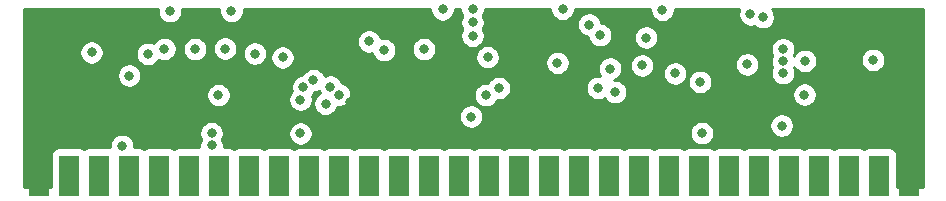
<source format=gbr>
%TF.GenerationSoftware,KiCad,Pcbnew,(5.1.8)-1*%
%TF.CreationDate,2021-01-03T01:53:39+11:00*%
%TF.ProjectId,30pinsimm,33307069-6e73-4696-9d6d-2e6b69636164,rev?*%
%TF.SameCoordinates,Original*%
%TF.FileFunction,Copper,L2,Inr*%
%TF.FilePolarity,Positive*%
%FSLAX46Y46*%
G04 Gerber Fmt 4.6, Leading zero omitted, Abs format (unit mm)*
G04 Created by KiCad (PCBNEW (5.1.8)-1) date 2021-01-03 01:53:39*
%MOMM*%
%LPD*%
G01*
G04 APERTURE LIST*
%TA.AperFunction,ComponentPad*%
%ADD10R,1.780000X3.500000*%
%TD*%
%TA.AperFunction,ViaPad*%
%ADD11C,0.800000*%
%TD*%
%TA.AperFunction,Conductor*%
%ADD12C,0.254000*%
%TD*%
%TA.AperFunction,Conductor*%
%ADD13C,0.100000*%
%TD*%
G04 APERTURE END LIST*
D10*
%TO.N,/WE*%
%TO.C,SIMM1*%
X158115000Y-109477000D03*
%TO.N,/DQ5*%
X155575000Y-109477000D03*
%TO.N,/DP*%
X178435000Y-109477000D03*
%TO.N,/CASP*%
X175895000Y-109477000D03*
%TO.N,/RAS*%
X173355000Y-109477000D03*
%TO.N,/A10*%
X153035000Y-109477000D03*
%TO.N,+5V*%
X180975000Y-109477000D03*
%TO.N,/QP*%
X170815000Y-109477000D03*
%TO.N,/A8*%
X147955000Y-109477000D03*
%TO.N,/DQ7*%
X168275000Y-109477000D03*
%TO.N,GND*%
X160655000Y-109477000D03*
%TO.N,/A9*%
X150495000Y-109477000D03*
%TO.N,/A11*%
X165735000Y-109477000D03*
%TO.N,/DQ6*%
X163195000Y-109477000D03*
%TO.N,/A5*%
X135255000Y-109477000D03*
%TO.N,/A4*%
X132715000Y-109477000D03*
%TO.N,/DQ2*%
X130175000Y-109477000D03*
%TO.N,/DQ4*%
X145415000Y-109477000D03*
%TO.N,/DQ3*%
X137795000Y-109477000D03*
%TO.N,GND*%
X127635000Y-109477000D03*
%TO.N,/A7*%
X142875000Y-109477000D03*
%TO.N,/A6*%
X140335000Y-109477000D03*
%TO.N,/A2*%
X122555000Y-109477000D03*
%TO.N,/A3*%
X125095000Y-109477000D03*
%TO.N,/DQ1*%
X120015000Y-109477000D03*
%TO.N,/A1*%
X117475000Y-109477000D03*
%TO.N,/A0*%
X114935000Y-109477000D03*
%TO.N,/DQ0*%
X112395000Y-109477000D03*
%TO.N,/CAS*%
X109855000Y-109477000D03*
%TO.N,+5V*%
X107315000Y-109477000D03*
%TD*%
D11*
%TO.N,+5V*%
X177927000Y-101727000D03*
X135818400Y-105836100D03*
X152766000Y-104169700D03*
X111760000Y-102235000D03*
X125761400Y-102665000D03*
X133617400Y-103284900D03*
%TO.N,/CASP*%
X167546000Y-95829700D03*
%TO.N,/RAS*%
X170194300Y-105258800D03*
%TO.N,/A10*%
X145139800Y-102666500D03*
X121920000Y-106934000D03*
X163428000Y-105889600D03*
%TO.N,/QP*%
X168585600Y-96076900D03*
%TO.N,/A8*%
X155667600Y-100420400D03*
X158713200Y-97797500D03*
X170307000Y-98787200D03*
X120523000Y-98766500D03*
X139896300Y-98779200D03*
X145288000Y-99454410D03*
%TO.N,/DQ7*%
X156094696Y-102425884D03*
%TO.N,GND*%
X136525000Y-98870700D03*
X160087400Y-95446200D03*
X151638000Y-95377000D03*
X141478000Y-95406200D03*
X111760000Y-99060000D03*
X177927000Y-99695000D03*
X131987700Y-101946600D03*
X127927735Y-99478100D03*
%TO.N,/A9*%
X144018000Y-97649500D03*
X117930000Y-98756700D03*
X153893700Y-96691200D03*
X158371300Y-100148800D03*
%TO.N,/DQ6*%
X154620600Y-102062000D03*
%TO.N,/A5*%
X132713000Y-102636100D03*
%TO.N,/A4*%
X170319400Y-100813400D03*
X130537000Y-101397200D03*
X154819555Y-97592479D03*
X125577701Y-99163018D03*
%TO.N,/DQ2*%
X129703800Y-101978800D03*
%TO.N,/DQ3*%
X129449990Y-105918000D03*
X129441009Y-103060813D03*
%TO.N,/A7*%
X144018000Y-96520000D03*
X170307000Y-99822000D03*
X118393100Y-95551200D03*
X151208100Y-99943200D03*
%TO.N,/A6*%
X172151100Y-99772400D03*
X114952800Y-101014100D03*
X131568700Y-103403300D03*
X144018000Y-95377000D03*
X123605800Y-95551900D03*
X123063000Y-98724390D03*
%TO.N,/A2*%
X163279900Y-101543800D03*
%TO.N,/A3*%
X161165400Y-100834100D03*
%TO.N,/A1*%
X114348600Y-106959700D03*
X172109700Y-102635500D03*
X167269300Y-100060700D03*
X122499300Y-102663000D03*
X146241431Y-102066810D03*
%TO.N,/A0*%
X143905300Y-104491500D03*
X121920000Y-105888600D03*
%TO.N,/CAS*%
X135255300Y-98127200D03*
X116524700Y-99178600D03*
%TD*%
D12*
%TO.N,+5V*%
X117358100Y-95449261D02*
X117358100Y-95653139D01*
X117397874Y-95853098D01*
X117475895Y-96041456D01*
X117589163Y-96210974D01*
X117733326Y-96355137D01*
X117902844Y-96468405D01*
X118091202Y-96546426D01*
X118291161Y-96586200D01*
X118495039Y-96586200D01*
X118694998Y-96546426D01*
X118883356Y-96468405D01*
X119052874Y-96355137D01*
X119197037Y-96210974D01*
X119310305Y-96041456D01*
X119388326Y-95853098D01*
X119428100Y-95653139D01*
X119428100Y-95449261D01*
X119413647Y-95376600D01*
X122585392Y-95376600D01*
X122570800Y-95449961D01*
X122570800Y-95653839D01*
X122610574Y-95853798D01*
X122688595Y-96042156D01*
X122801863Y-96211674D01*
X122946026Y-96355837D01*
X123115544Y-96469105D01*
X123303902Y-96547126D01*
X123503861Y-96586900D01*
X123707739Y-96586900D01*
X123907698Y-96547126D01*
X124096056Y-96469105D01*
X124265574Y-96355837D01*
X124409737Y-96211674D01*
X124523005Y-96042156D01*
X124601026Y-95853798D01*
X124640800Y-95653839D01*
X124640800Y-95449961D01*
X124626208Y-95376600D01*
X140443000Y-95376600D01*
X140443000Y-95508139D01*
X140482774Y-95708098D01*
X140560795Y-95896456D01*
X140674063Y-96065974D01*
X140818226Y-96210137D01*
X140987744Y-96323405D01*
X141176102Y-96401426D01*
X141376061Y-96441200D01*
X141579939Y-96441200D01*
X141779898Y-96401426D01*
X141968256Y-96323405D01*
X142137774Y-96210137D01*
X142281937Y-96065974D01*
X142395205Y-95896456D01*
X142473226Y-95708098D01*
X142513000Y-95508139D01*
X142513000Y-95376600D01*
X142983000Y-95376600D01*
X142983000Y-95478939D01*
X143022774Y-95678898D01*
X143100795Y-95867256D01*
X143155080Y-95948500D01*
X143100795Y-96029744D01*
X143022774Y-96218102D01*
X142983000Y-96418061D01*
X142983000Y-96621939D01*
X143022774Y-96821898D01*
X143100795Y-97010256D01*
X143150570Y-97084750D01*
X143100795Y-97159244D01*
X143022774Y-97347602D01*
X142983000Y-97547561D01*
X142983000Y-97751439D01*
X143022774Y-97951398D01*
X143100795Y-98139756D01*
X143214063Y-98309274D01*
X143358226Y-98453437D01*
X143527744Y-98566705D01*
X143716102Y-98644726D01*
X143916061Y-98684500D01*
X144119939Y-98684500D01*
X144319898Y-98644726D01*
X144508256Y-98566705D01*
X144677774Y-98453437D01*
X144821937Y-98309274D01*
X144935205Y-98139756D01*
X145013226Y-97951398D01*
X145053000Y-97751439D01*
X145053000Y-97547561D01*
X145013226Y-97347602D01*
X144935205Y-97159244D01*
X144885430Y-97084750D01*
X144935205Y-97010256D01*
X145013226Y-96821898D01*
X145053000Y-96621939D01*
X145053000Y-96589261D01*
X152858700Y-96589261D01*
X152858700Y-96793139D01*
X152898474Y-96993098D01*
X152976495Y-97181456D01*
X153089763Y-97350974D01*
X153233926Y-97495137D01*
X153403444Y-97608405D01*
X153591802Y-97686426D01*
X153790840Y-97726017D01*
X153824329Y-97894377D01*
X153902350Y-98082735D01*
X154015618Y-98252253D01*
X154159781Y-98396416D01*
X154329299Y-98509684D01*
X154517657Y-98587705D01*
X154717616Y-98627479D01*
X154921494Y-98627479D01*
X155121453Y-98587705D01*
X155309811Y-98509684D01*
X155479329Y-98396416D01*
X155623492Y-98252253D01*
X155736760Y-98082735D01*
X155814781Y-97894377D01*
X155854327Y-97695561D01*
X157678200Y-97695561D01*
X157678200Y-97899439D01*
X157717974Y-98099398D01*
X157795995Y-98287756D01*
X157909263Y-98457274D01*
X158053426Y-98601437D01*
X158222944Y-98714705D01*
X158411302Y-98792726D01*
X158611261Y-98832500D01*
X158815139Y-98832500D01*
X159015098Y-98792726D01*
X159203456Y-98714705D01*
X159247522Y-98685261D01*
X169272000Y-98685261D01*
X169272000Y-98889139D01*
X169311774Y-99089098D01*
X169389795Y-99277456D01*
X169407932Y-99304600D01*
X169389795Y-99331744D01*
X169311774Y-99520102D01*
X169272000Y-99720061D01*
X169272000Y-99923939D01*
X169311774Y-100123898D01*
X169389795Y-100312256D01*
X169400234Y-100327879D01*
X169324174Y-100511502D01*
X169284400Y-100711461D01*
X169284400Y-100915339D01*
X169324174Y-101115298D01*
X169402195Y-101303656D01*
X169515463Y-101473174D01*
X169659626Y-101617337D01*
X169829144Y-101730605D01*
X170017502Y-101808626D01*
X170217461Y-101848400D01*
X170421339Y-101848400D01*
X170621298Y-101808626D01*
X170809656Y-101730605D01*
X170979174Y-101617337D01*
X171123337Y-101473174D01*
X171236605Y-101303656D01*
X171314626Y-101115298D01*
X171354400Y-100915339D01*
X171354400Y-100711461D01*
X171314626Y-100511502D01*
X171236605Y-100323144D01*
X171226166Y-100307521D01*
X171240596Y-100272685D01*
X171347163Y-100432174D01*
X171491326Y-100576337D01*
X171660844Y-100689605D01*
X171849202Y-100767626D01*
X172049161Y-100807400D01*
X172253039Y-100807400D01*
X172452998Y-100767626D01*
X172641356Y-100689605D01*
X172810874Y-100576337D01*
X172955037Y-100432174D01*
X173068305Y-100262656D01*
X173146326Y-100074298D01*
X173186100Y-99874339D01*
X173186100Y-99670461D01*
X173170705Y-99593061D01*
X176892000Y-99593061D01*
X176892000Y-99796939D01*
X176931774Y-99996898D01*
X177009795Y-100185256D01*
X177123063Y-100354774D01*
X177267226Y-100498937D01*
X177436744Y-100612205D01*
X177625102Y-100690226D01*
X177825061Y-100730000D01*
X178028939Y-100730000D01*
X178228898Y-100690226D01*
X178417256Y-100612205D01*
X178586774Y-100498937D01*
X178730937Y-100354774D01*
X178844205Y-100185256D01*
X178922226Y-99996898D01*
X178962000Y-99796939D01*
X178962000Y-99593061D01*
X178922226Y-99393102D01*
X178844205Y-99204744D01*
X178730937Y-99035226D01*
X178586774Y-98891063D01*
X178417256Y-98777795D01*
X178228898Y-98699774D01*
X178028939Y-98660000D01*
X177825061Y-98660000D01*
X177625102Y-98699774D01*
X177436744Y-98777795D01*
X177267226Y-98891063D01*
X177123063Y-99035226D01*
X177009795Y-99204744D01*
X176931774Y-99393102D01*
X176892000Y-99593061D01*
X173170705Y-99593061D01*
X173146326Y-99470502D01*
X173068305Y-99282144D01*
X172955037Y-99112626D01*
X172810874Y-98968463D01*
X172641356Y-98855195D01*
X172452998Y-98777174D01*
X172253039Y-98737400D01*
X172049161Y-98737400D01*
X171849202Y-98777174D01*
X171660844Y-98855195D01*
X171491326Y-98968463D01*
X171347163Y-99112626D01*
X171233895Y-99282144D01*
X171217504Y-99321715D01*
X171206068Y-99304600D01*
X171224205Y-99277456D01*
X171302226Y-99089098D01*
X171342000Y-98889139D01*
X171342000Y-98685261D01*
X171302226Y-98485302D01*
X171224205Y-98296944D01*
X171110937Y-98127426D01*
X170966774Y-97983263D01*
X170797256Y-97869995D01*
X170608898Y-97791974D01*
X170408939Y-97752200D01*
X170205061Y-97752200D01*
X170005102Y-97791974D01*
X169816744Y-97869995D01*
X169647226Y-97983263D01*
X169503063Y-98127426D01*
X169389795Y-98296944D01*
X169311774Y-98485302D01*
X169272000Y-98685261D01*
X159247522Y-98685261D01*
X159372974Y-98601437D01*
X159517137Y-98457274D01*
X159630405Y-98287756D01*
X159708426Y-98099398D01*
X159748200Y-97899439D01*
X159748200Y-97695561D01*
X159708426Y-97495602D01*
X159630405Y-97307244D01*
X159517137Y-97137726D01*
X159372974Y-96993563D01*
X159203456Y-96880295D01*
X159015098Y-96802274D01*
X158815139Y-96762500D01*
X158611261Y-96762500D01*
X158411302Y-96802274D01*
X158222944Y-96880295D01*
X158053426Y-96993563D01*
X157909263Y-97137726D01*
X157795995Y-97307244D01*
X157717974Y-97495602D01*
X157678200Y-97695561D01*
X155854327Y-97695561D01*
X155854555Y-97694418D01*
X155854555Y-97490540D01*
X155814781Y-97290581D01*
X155736760Y-97102223D01*
X155623492Y-96932705D01*
X155479329Y-96788542D01*
X155309811Y-96675274D01*
X155121453Y-96597253D01*
X154922415Y-96557662D01*
X154888926Y-96389302D01*
X154810905Y-96200944D01*
X154697637Y-96031426D01*
X154553474Y-95887263D01*
X154383956Y-95773995D01*
X154195598Y-95695974D01*
X153995639Y-95656200D01*
X153791761Y-95656200D01*
X153591802Y-95695974D01*
X153403444Y-95773995D01*
X153233926Y-95887263D01*
X153089763Y-96031426D01*
X152976495Y-96200944D01*
X152898474Y-96389302D01*
X152858700Y-96589261D01*
X145053000Y-96589261D01*
X145053000Y-96418061D01*
X145013226Y-96218102D01*
X144935205Y-96029744D01*
X144880920Y-95948500D01*
X144935205Y-95867256D01*
X145013226Y-95678898D01*
X145053000Y-95478939D01*
X145053000Y-95376600D01*
X150603000Y-95376600D01*
X150603000Y-95478939D01*
X150642774Y-95678898D01*
X150720795Y-95867256D01*
X150834063Y-96036774D01*
X150978226Y-96180937D01*
X151147744Y-96294205D01*
X151336102Y-96372226D01*
X151536061Y-96412000D01*
X151739939Y-96412000D01*
X151939898Y-96372226D01*
X152128256Y-96294205D01*
X152297774Y-96180937D01*
X152441937Y-96036774D01*
X152555205Y-95867256D01*
X152633226Y-95678898D01*
X152673000Y-95478939D01*
X152673000Y-95376600D01*
X159052400Y-95376600D01*
X159052400Y-95548139D01*
X159092174Y-95748098D01*
X159170195Y-95936456D01*
X159283463Y-96105974D01*
X159427626Y-96250137D01*
X159597144Y-96363405D01*
X159785502Y-96441426D01*
X159985461Y-96481200D01*
X160189339Y-96481200D01*
X160389298Y-96441426D01*
X160577656Y-96363405D01*
X160747174Y-96250137D01*
X160891337Y-96105974D01*
X161004605Y-95936456D01*
X161082626Y-95748098D01*
X161122400Y-95548139D01*
X161122400Y-95376600D01*
X166613404Y-95376600D01*
X166550774Y-95527802D01*
X166511000Y-95727761D01*
X166511000Y-95931639D01*
X166550774Y-96131598D01*
X166628795Y-96319956D01*
X166742063Y-96489474D01*
X166886226Y-96633637D01*
X167055744Y-96746905D01*
X167244102Y-96824926D01*
X167444061Y-96864700D01*
X167647939Y-96864700D01*
X167847898Y-96824926D01*
X167863466Y-96818477D01*
X167925826Y-96880837D01*
X168095344Y-96994105D01*
X168283702Y-97072126D01*
X168483661Y-97111900D01*
X168687539Y-97111900D01*
X168887498Y-97072126D01*
X169075856Y-96994105D01*
X169245374Y-96880837D01*
X169389537Y-96736674D01*
X169502805Y-96567156D01*
X169580826Y-96378798D01*
X169620600Y-96178839D01*
X169620600Y-95974961D01*
X169580826Y-95775002D01*
X169502805Y-95586644D01*
X169389537Y-95417126D01*
X169349011Y-95376600D01*
X182118000Y-95376600D01*
X182118000Y-110490000D01*
X179963072Y-110490000D01*
X179963072Y-107727000D01*
X179950812Y-107602518D01*
X179914502Y-107482820D01*
X179855537Y-107372506D01*
X179776185Y-107275815D01*
X179679494Y-107196463D01*
X179569180Y-107137498D01*
X179449482Y-107101188D01*
X179325000Y-107088928D01*
X177545000Y-107088928D01*
X177420518Y-107101188D01*
X177300820Y-107137498D01*
X177190506Y-107196463D01*
X177165000Y-107217395D01*
X177139494Y-107196463D01*
X177029180Y-107137498D01*
X176909482Y-107101188D01*
X176785000Y-107088928D01*
X175005000Y-107088928D01*
X174880518Y-107101188D01*
X174760820Y-107137498D01*
X174650506Y-107196463D01*
X174625000Y-107217395D01*
X174599494Y-107196463D01*
X174489180Y-107137498D01*
X174369482Y-107101188D01*
X174245000Y-107088928D01*
X172465000Y-107088928D01*
X172340518Y-107101188D01*
X172220820Y-107137498D01*
X172110506Y-107196463D01*
X172085000Y-107217395D01*
X172059494Y-107196463D01*
X171949180Y-107137498D01*
X171829482Y-107101188D01*
X171705000Y-107088928D01*
X169925000Y-107088928D01*
X169800518Y-107101188D01*
X169680820Y-107137498D01*
X169570506Y-107196463D01*
X169545000Y-107217395D01*
X169519494Y-107196463D01*
X169409180Y-107137498D01*
X169289482Y-107101188D01*
X169165000Y-107088928D01*
X167385000Y-107088928D01*
X167260518Y-107101188D01*
X167140820Y-107137498D01*
X167030506Y-107196463D01*
X167005000Y-107217395D01*
X166979494Y-107196463D01*
X166869180Y-107137498D01*
X166749482Y-107101188D01*
X166625000Y-107088928D01*
X164845000Y-107088928D01*
X164720518Y-107101188D01*
X164600820Y-107137498D01*
X164490506Y-107196463D01*
X164465000Y-107217395D01*
X164439494Y-107196463D01*
X164329180Y-107137498D01*
X164209482Y-107101188D01*
X164085000Y-107088928D01*
X162305000Y-107088928D01*
X162180518Y-107101188D01*
X162060820Y-107137498D01*
X161950506Y-107196463D01*
X161925000Y-107217395D01*
X161899494Y-107196463D01*
X161789180Y-107137498D01*
X161669482Y-107101188D01*
X161545000Y-107088928D01*
X159765000Y-107088928D01*
X159640518Y-107101188D01*
X159520820Y-107137498D01*
X159410506Y-107196463D01*
X159385000Y-107217395D01*
X159359494Y-107196463D01*
X159249180Y-107137498D01*
X159129482Y-107101188D01*
X159005000Y-107088928D01*
X157225000Y-107088928D01*
X157100518Y-107101188D01*
X156980820Y-107137498D01*
X156870506Y-107196463D01*
X156845000Y-107217395D01*
X156819494Y-107196463D01*
X156709180Y-107137498D01*
X156589482Y-107101188D01*
X156465000Y-107088928D01*
X154685000Y-107088928D01*
X154560518Y-107101188D01*
X154440820Y-107137498D01*
X154330506Y-107196463D01*
X154305000Y-107217395D01*
X154279494Y-107196463D01*
X154169180Y-107137498D01*
X154049482Y-107101188D01*
X153925000Y-107088928D01*
X152145000Y-107088928D01*
X152020518Y-107101188D01*
X151900820Y-107137498D01*
X151790506Y-107196463D01*
X151765000Y-107217395D01*
X151739494Y-107196463D01*
X151629180Y-107137498D01*
X151509482Y-107101188D01*
X151385000Y-107088928D01*
X149605000Y-107088928D01*
X149480518Y-107101188D01*
X149360820Y-107137498D01*
X149250506Y-107196463D01*
X149225000Y-107217395D01*
X149199494Y-107196463D01*
X149089180Y-107137498D01*
X148969482Y-107101188D01*
X148845000Y-107088928D01*
X147065000Y-107088928D01*
X146940518Y-107101188D01*
X146820820Y-107137498D01*
X146710506Y-107196463D01*
X146685000Y-107217395D01*
X146659494Y-107196463D01*
X146549180Y-107137498D01*
X146429482Y-107101188D01*
X146305000Y-107088928D01*
X144525000Y-107088928D01*
X144400518Y-107101188D01*
X144280820Y-107137498D01*
X144170506Y-107196463D01*
X144145000Y-107217395D01*
X144119494Y-107196463D01*
X144009180Y-107137498D01*
X143889482Y-107101188D01*
X143765000Y-107088928D01*
X141985000Y-107088928D01*
X141860518Y-107101188D01*
X141740820Y-107137498D01*
X141630506Y-107196463D01*
X141605000Y-107217395D01*
X141579494Y-107196463D01*
X141469180Y-107137498D01*
X141349482Y-107101188D01*
X141225000Y-107088928D01*
X139445000Y-107088928D01*
X139320518Y-107101188D01*
X139200820Y-107137498D01*
X139090506Y-107196463D01*
X139065000Y-107217395D01*
X139039494Y-107196463D01*
X138929180Y-107137498D01*
X138809482Y-107101188D01*
X138685000Y-107088928D01*
X136905000Y-107088928D01*
X136780518Y-107101188D01*
X136660820Y-107137498D01*
X136550506Y-107196463D01*
X136525000Y-107217395D01*
X136499494Y-107196463D01*
X136389180Y-107137498D01*
X136269482Y-107101188D01*
X136145000Y-107088928D01*
X134365000Y-107088928D01*
X134240518Y-107101188D01*
X134120820Y-107137498D01*
X134010506Y-107196463D01*
X133985000Y-107217395D01*
X133959494Y-107196463D01*
X133849180Y-107137498D01*
X133729482Y-107101188D01*
X133605000Y-107088928D01*
X131825000Y-107088928D01*
X131700518Y-107101188D01*
X131580820Y-107137498D01*
X131470506Y-107196463D01*
X131445000Y-107217395D01*
X131419494Y-107196463D01*
X131309180Y-107137498D01*
X131189482Y-107101188D01*
X131065000Y-107088928D01*
X129285000Y-107088928D01*
X129160518Y-107101188D01*
X129040820Y-107137498D01*
X128930506Y-107196463D01*
X128905000Y-107217395D01*
X128879494Y-107196463D01*
X128769180Y-107137498D01*
X128649482Y-107101188D01*
X128525000Y-107088928D01*
X126745000Y-107088928D01*
X126620518Y-107101188D01*
X126500820Y-107137498D01*
X126390506Y-107196463D01*
X126365000Y-107217395D01*
X126339494Y-107196463D01*
X126229180Y-107137498D01*
X126109482Y-107101188D01*
X125985000Y-107088928D01*
X124205000Y-107088928D01*
X124080518Y-107101188D01*
X123960820Y-107137498D01*
X123850506Y-107196463D01*
X123825000Y-107217395D01*
X123799494Y-107196463D01*
X123689180Y-107137498D01*
X123569482Y-107101188D01*
X123445000Y-107088928D01*
X122944460Y-107088928D01*
X122955000Y-107035939D01*
X122955000Y-106832061D01*
X122915226Y-106632102D01*
X122837205Y-106443744D01*
X122815527Y-106411300D01*
X122837205Y-106378856D01*
X122915226Y-106190498D01*
X122955000Y-105990539D01*
X122955000Y-105816061D01*
X128414990Y-105816061D01*
X128414990Y-106019939D01*
X128454764Y-106219898D01*
X128532785Y-106408256D01*
X128646053Y-106577774D01*
X128790216Y-106721937D01*
X128959734Y-106835205D01*
X129148092Y-106913226D01*
X129348051Y-106953000D01*
X129551929Y-106953000D01*
X129751888Y-106913226D01*
X129940246Y-106835205D01*
X130109764Y-106721937D01*
X130253927Y-106577774D01*
X130367195Y-106408256D01*
X130445216Y-106219898D01*
X130484990Y-106019939D01*
X130484990Y-105816061D01*
X130479341Y-105787661D01*
X162393000Y-105787661D01*
X162393000Y-105991539D01*
X162432774Y-106191498D01*
X162510795Y-106379856D01*
X162624063Y-106549374D01*
X162768226Y-106693537D01*
X162937744Y-106806805D01*
X163126102Y-106884826D01*
X163326061Y-106924600D01*
X163529939Y-106924600D01*
X163729898Y-106884826D01*
X163918256Y-106806805D01*
X164087774Y-106693537D01*
X164231937Y-106549374D01*
X164345205Y-106379856D01*
X164423226Y-106191498D01*
X164463000Y-105991539D01*
X164463000Y-105787661D01*
X164423226Y-105587702D01*
X164345205Y-105399344D01*
X164231937Y-105229826D01*
X164158972Y-105156861D01*
X169159300Y-105156861D01*
X169159300Y-105360739D01*
X169199074Y-105560698D01*
X169277095Y-105749056D01*
X169390363Y-105918574D01*
X169534526Y-106062737D01*
X169704044Y-106176005D01*
X169892402Y-106254026D01*
X170092361Y-106293800D01*
X170296239Y-106293800D01*
X170496198Y-106254026D01*
X170684556Y-106176005D01*
X170854074Y-106062737D01*
X170998237Y-105918574D01*
X171111505Y-105749056D01*
X171189526Y-105560698D01*
X171229300Y-105360739D01*
X171229300Y-105156861D01*
X171189526Y-104956902D01*
X171111505Y-104768544D01*
X170998237Y-104599026D01*
X170854074Y-104454863D01*
X170684556Y-104341595D01*
X170496198Y-104263574D01*
X170296239Y-104223800D01*
X170092361Y-104223800D01*
X169892402Y-104263574D01*
X169704044Y-104341595D01*
X169534526Y-104454863D01*
X169390363Y-104599026D01*
X169277095Y-104768544D01*
X169199074Y-104956902D01*
X169159300Y-105156861D01*
X164158972Y-105156861D01*
X164087774Y-105085663D01*
X163918256Y-104972395D01*
X163729898Y-104894374D01*
X163529939Y-104854600D01*
X163326061Y-104854600D01*
X163126102Y-104894374D01*
X162937744Y-104972395D01*
X162768226Y-105085663D01*
X162624063Y-105229826D01*
X162510795Y-105399344D01*
X162432774Y-105587702D01*
X162393000Y-105787661D01*
X130479341Y-105787661D01*
X130445216Y-105616102D01*
X130367195Y-105427744D01*
X130253927Y-105258226D01*
X130109764Y-105114063D01*
X129940246Y-105000795D01*
X129751888Y-104922774D01*
X129551929Y-104883000D01*
X129348051Y-104883000D01*
X129148092Y-104922774D01*
X128959734Y-105000795D01*
X128790216Y-105114063D01*
X128646053Y-105258226D01*
X128532785Y-105427744D01*
X128454764Y-105616102D01*
X128414990Y-105816061D01*
X122955000Y-105816061D01*
X122955000Y-105786661D01*
X122915226Y-105586702D01*
X122837205Y-105398344D01*
X122723937Y-105228826D01*
X122579774Y-105084663D01*
X122410256Y-104971395D01*
X122221898Y-104893374D01*
X122021939Y-104853600D01*
X121818061Y-104853600D01*
X121618102Y-104893374D01*
X121429744Y-104971395D01*
X121260226Y-105084663D01*
X121116063Y-105228826D01*
X121002795Y-105398344D01*
X120924774Y-105586702D01*
X120885000Y-105786661D01*
X120885000Y-105990539D01*
X120924774Y-106190498D01*
X121002795Y-106378856D01*
X121024473Y-106411300D01*
X121002795Y-106443744D01*
X120924774Y-106632102D01*
X120885000Y-106832061D01*
X120885000Y-107035939D01*
X120895540Y-107088928D01*
X119125000Y-107088928D01*
X119000518Y-107101188D01*
X118880820Y-107137498D01*
X118770506Y-107196463D01*
X118745000Y-107217395D01*
X118719494Y-107196463D01*
X118609180Y-107137498D01*
X118489482Y-107101188D01*
X118365000Y-107088928D01*
X116585000Y-107088928D01*
X116460518Y-107101188D01*
X116340820Y-107137498D01*
X116230506Y-107196463D01*
X116205000Y-107217395D01*
X116179494Y-107196463D01*
X116069180Y-107137498D01*
X115949482Y-107101188D01*
X115825000Y-107088928D01*
X115378172Y-107088928D01*
X115383600Y-107061639D01*
X115383600Y-106857761D01*
X115343826Y-106657802D01*
X115265805Y-106469444D01*
X115152537Y-106299926D01*
X115008374Y-106155763D01*
X114838856Y-106042495D01*
X114650498Y-105964474D01*
X114450539Y-105924700D01*
X114246661Y-105924700D01*
X114046702Y-105964474D01*
X113858344Y-106042495D01*
X113688826Y-106155763D01*
X113544663Y-106299926D01*
X113431395Y-106469444D01*
X113353374Y-106657802D01*
X113313600Y-106857761D01*
X113313600Y-107061639D01*
X113319708Y-107092346D01*
X113285000Y-107088928D01*
X111505000Y-107088928D01*
X111380518Y-107101188D01*
X111260820Y-107137498D01*
X111150506Y-107196463D01*
X111125000Y-107217395D01*
X111099494Y-107196463D01*
X110989180Y-107137498D01*
X110869482Y-107101188D01*
X110745000Y-107088928D01*
X108965000Y-107088928D01*
X108840518Y-107101188D01*
X108720820Y-107137498D01*
X108610506Y-107196463D01*
X108513815Y-107275815D01*
X108434463Y-107372506D01*
X108375498Y-107482820D01*
X108339188Y-107602518D01*
X108326928Y-107727000D01*
X108326928Y-110490000D01*
X106045000Y-110490000D01*
X106045000Y-102561061D01*
X121464300Y-102561061D01*
X121464300Y-102764939D01*
X121504074Y-102964898D01*
X121582095Y-103153256D01*
X121695363Y-103322774D01*
X121839526Y-103466937D01*
X122009044Y-103580205D01*
X122197402Y-103658226D01*
X122397361Y-103698000D01*
X122601239Y-103698000D01*
X122801198Y-103658226D01*
X122989556Y-103580205D01*
X123159074Y-103466937D01*
X123303237Y-103322774D01*
X123416505Y-103153256D01*
X123494526Y-102964898D01*
X123495724Y-102958874D01*
X128406009Y-102958874D01*
X128406009Y-103162752D01*
X128445783Y-103362711D01*
X128523804Y-103551069D01*
X128637072Y-103720587D01*
X128781235Y-103864750D01*
X128950753Y-103978018D01*
X129139111Y-104056039D01*
X129339070Y-104095813D01*
X129542948Y-104095813D01*
X129742907Y-104056039D01*
X129931265Y-103978018D01*
X130100783Y-103864750D01*
X130244946Y-103720587D01*
X130358214Y-103551069D01*
X130436235Y-103362711D01*
X130476009Y-103162752D01*
X130476009Y-102958874D01*
X130436235Y-102758915D01*
X130421930Y-102724381D01*
X130507737Y-102638574D01*
X130621005Y-102469056D01*
X130636271Y-102432200D01*
X130638939Y-102432200D01*
X130838898Y-102392426D01*
X131020870Y-102317050D01*
X131070495Y-102436856D01*
X131097987Y-102478000D01*
X131078444Y-102486095D01*
X130908926Y-102599363D01*
X130764763Y-102743526D01*
X130651495Y-102913044D01*
X130573474Y-103101402D01*
X130533700Y-103301361D01*
X130533700Y-103505239D01*
X130573474Y-103705198D01*
X130651495Y-103893556D01*
X130764763Y-104063074D01*
X130908926Y-104207237D01*
X131078444Y-104320505D01*
X131266802Y-104398526D01*
X131466761Y-104438300D01*
X131670639Y-104438300D01*
X131870598Y-104398526D01*
X131892241Y-104389561D01*
X142870300Y-104389561D01*
X142870300Y-104593439D01*
X142910074Y-104793398D01*
X142988095Y-104981756D01*
X143101363Y-105151274D01*
X143245526Y-105295437D01*
X143415044Y-105408705D01*
X143603402Y-105486726D01*
X143803361Y-105526500D01*
X144007239Y-105526500D01*
X144207198Y-105486726D01*
X144395556Y-105408705D01*
X144565074Y-105295437D01*
X144709237Y-105151274D01*
X144822505Y-104981756D01*
X144900526Y-104793398D01*
X144940300Y-104593439D01*
X144940300Y-104389561D01*
X144900526Y-104189602D01*
X144822505Y-104001244D01*
X144709237Y-103831726D01*
X144565074Y-103687563D01*
X144395556Y-103574295D01*
X144207198Y-103496274D01*
X144007239Y-103456500D01*
X143803361Y-103456500D01*
X143603402Y-103496274D01*
X143415044Y-103574295D01*
X143245526Y-103687563D01*
X143101363Y-103831726D01*
X142988095Y-104001244D01*
X142910074Y-104189602D01*
X142870300Y-104389561D01*
X131892241Y-104389561D01*
X132058956Y-104320505D01*
X132228474Y-104207237D01*
X132372637Y-104063074D01*
X132485905Y-103893556D01*
X132563926Y-103705198D01*
X132572244Y-103663379D01*
X132611061Y-103671100D01*
X132814939Y-103671100D01*
X133014898Y-103631326D01*
X133203256Y-103553305D01*
X133372774Y-103440037D01*
X133516937Y-103295874D01*
X133630205Y-103126356D01*
X133708226Y-102937998D01*
X133748000Y-102738039D01*
X133748000Y-102564561D01*
X144104800Y-102564561D01*
X144104800Y-102768439D01*
X144144574Y-102968398D01*
X144222595Y-103156756D01*
X144335863Y-103326274D01*
X144480026Y-103470437D01*
X144649544Y-103583705D01*
X144837902Y-103661726D01*
X145037861Y-103701500D01*
X145241739Y-103701500D01*
X145441698Y-103661726D01*
X145630056Y-103583705D01*
X145799574Y-103470437D01*
X145943737Y-103326274D01*
X146057005Y-103156756D01*
X146084311Y-103090834D01*
X146139492Y-103101810D01*
X146343370Y-103101810D01*
X146543329Y-103062036D01*
X146731687Y-102984015D01*
X146901205Y-102870747D01*
X147045368Y-102726584D01*
X147158636Y-102557066D01*
X147236657Y-102368708D01*
X147276431Y-102168749D01*
X147276431Y-101964871D01*
X147275475Y-101960061D01*
X153585600Y-101960061D01*
X153585600Y-102163939D01*
X153625374Y-102363898D01*
X153703395Y-102552256D01*
X153816663Y-102721774D01*
X153960826Y-102865937D01*
X154130344Y-102979205D01*
X154318702Y-103057226D01*
X154518661Y-103097000D01*
X154722539Y-103097000D01*
X154922498Y-103057226D01*
X155110856Y-102979205D01*
X155186056Y-102928958D01*
X155290759Y-103085658D01*
X155434922Y-103229821D01*
X155604440Y-103343089D01*
X155792798Y-103421110D01*
X155992757Y-103460884D01*
X156196635Y-103460884D01*
X156396594Y-103421110D01*
X156584952Y-103343089D01*
X156754470Y-103229821D01*
X156898633Y-103085658D01*
X157011901Y-102916140D01*
X157089922Y-102727782D01*
X157129696Y-102527823D01*
X157129696Y-102323945D01*
X157089922Y-102123986D01*
X157011901Y-101935628D01*
X156898633Y-101766110D01*
X156754470Y-101621947D01*
X156584952Y-101508679D01*
X156396594Y-101430658D01*
X156196635Y-101390884D01*
X156029230Y-101390884D01*
X156157856Y-101337605D01*
X156327374Y-101224337D01*
X156471537Y-101080174D01*
X156584805Y-100910656D01*
X156662826Y-100722298D01*
X156702600Y-100522339D01*
X156702600Y-100318461D01*
X156662826Y-100118502D01*
X156633152Y-100046861D01*
X157336300Y-100046861D01*
X157336300Y-100250739D01*
X157376074Y-100450698D01*
X157454095Y-100639056D01*
X157567363Y-100808574D01*
X157711526Y-100952737D01*
X157881044Y-101066005D01*
X158069402Y-101144026D01*
X158269361Y-101183800D01*
X158473239Y-101183800D01*
X158673198Y-101144026D01*
X158861556Y-101066005D01*
X159031074Y-100952737D01*
X159175237Y-100808574D01*
X159226294Y-100732161D01*
X160130400Y-100732161D01*
X160130400Y-100936039D01*
X160170174Y-101135998D01*
X160248195Y-101324356D01*
X160361463Y-101493874D01*
X160505626Y-101638037D01*
X160675144Y-101751305D01*
X160863502Y-101829326D01*
X161063461Y-101869100D01*
X161267339Y-101869100D01*
X161467298Y-101829326D01*
X161655656Y-101751305D01*
X161825174Y-101638037D01*
X161969337Y-101493874D01*
X162004090Y-101441861D01*
X162244900Y-101441861D01*
X162244900Y-101645739D01*
X162284674Y-101845698D01*
X162362695Y-102034056D01*
X162475963Y-102203574D01*
X162620126Y-102347737D01*
X162789644Y-102461005D01*
X162978002Y-102539026D01*
X163177961Y-102578800D01*
X163381839Y-102578800D01*
X163581798Y-102539026D01*
X163594991Y-102533561D01*
X171074700Y-102533561D01*
X171074700Y-102737439D01*
X171114474Y-102937398D01*
X171192495Y-103125756D01*
X171305763Y-103295274D01*
X171449926Y-103439437D01*
X171619444Y-103552705D01*
X171807802Y-103630726D01*
X172007761Y-103670500D01*
X172211639Y-103670500D01*
X172411598Y-103630726D01*
X172599956Y-103552705D01*
X172769474Y-103439437D01*
X172913637Y-103295274D01*
X173026905Y-103125756D01*
X173104926Y-102937398D01*
X173144700Y-102737439D01*
X173144700Y-102533561D01*
X173104926Y-102333602D01*
X173026905Y-102145244D01*
X172913637Y-101975726D01*
X172769474Y-101831563D01*
X172599956Y-101718295D01*
X172411598Y-101640274D01*
X172211639Y-101600500D01*
X172007761Y-101600500D01*
X171807802Y-101640274D01*
X171619444Y-101718295D01*
X171449926Y-101831563D01*
X171305763Y-101975726D01*
X171192495Y-102145244D01*
X171114474Y-102333602D01*
X171074700Y-102533561D01*
X163594991Y-102533561D01*
X163770156Y-102461005D01*
X163939674Y-102347737D01*
X164083837Y-102203574D01*
X164197105Y-102034056D01*
X164275126Y-101845698D01*
X164314900Y-101645739D01*
X164314900Y-101441861D01*
X164275126Y-101241902D01*
X164197105Y-101053544D01*
X164083837Y-100884026D01*
X163939674Y-100739863D01*
X163770156Y-100626595D01*
X163581798Y-100548574D01*
X163381839Y-100508800D01*
X163177961Y-100508800D01*
X162978002Y-100548574D01*
X162789644Y-100626595D01*
X162620126Y-100739863D01*
X162475963Y-100884026D01*
X162362695Y-101053544D01*
X162284674Y-101241902D01*
X162244900Y-101441861D01*
X162004090Y-101441861D01*
X162082605Y-101324356D01*
X162160626Y-101135998D01*
X162200400Y-100936039D01*
X162200400Y-100732161D01*
X162160626Y-100532202D01*
X162082605Y-100343844D01*
X161969337Y-100174326D01*
X161825174Y-100030163D01*
X161718314Y-99958761D01*
X166234300Y-99958761D01*
X166234300Y-100162639D01*
X166274074Y-100362598D01*
X166352095Y-100550956D01*
X166465363Y-100720474D01*
X166609526Y-100864637D01*
X166779044Y-100977905D01*
X166967402Y-101055926D01*
X167167361Y-101095700D01*
X167371239Y-101095700D01*
X167571198Y-101055926D01*
X167759556Y-100977905D01*
X167929074Y-100864637D01*
X168073237Y-100720474D01*
X168186505Y-100550956D01*
X168264526Y-100362598D01*
X168304300Y-100162639D01*
X168304300Y-99958761D01*
X168264526Y-99758802D01*
X168186505Y-99570444D01*
X168073237Y-99400926D01*
X167929074Y-99256763D01*
X167759556Y-99143495D01*
X167571198Y-99065474D01*
X167371239Y-99025700D01*
X167167361Y-99025700D01*
X166967402Y-99065474D01*
X166779044Y-99143495D01*
X166609526Y-99256763D01*
X166465363Y-99400926D01*
X166352095Y-99570444D01*
X166274074Y-99758802D01*
X166234300Y-99958761D01*
X161718314Y-99958761D01*
X161655656Y-99916895D01*
X161467298Y-99838874D01*
X161267339Y-99799100D01*
X161063461Y-99799100D01*
X160863502Y-99838874D01*
X160675144Y-99916895D01*
X160505626Y-100030163D01*
X160361463Y-100174326D01*
X160248195Y-100343844D01*
X160170174Y-100532202D01*
X160130400Y-100732161D01*
X159226294Y-100732161D01*
X159288505Y-100639056D01*
X159366526Y-100450698D01*
X159406300Y-100250739D01*
X159406300Y-100046861D01*
X159366526Y-99846902D01*
X159288505Y-99658544D01*
X159175237Y-99489026D01*
X159031074Y-99344863D01*
X158861556Y-99231595D01*
X158673198Y-99153574D01*
X158473239Y-99113800D01*
X158269361Y-99113800D01*
X158069402Y-99153574D01*
X157881044Y-99231595D01*
X157711526Y-99344863D01*
X157567363Y-99489026D01*
X157454095Y-99658544D01*
X157376074Y-99846902D01*
X157336300Y-100046861D01*
X156633152Y-100046861D01*
X156584805Y-99930144D01*
X156471537Y-99760626D01*
X156327374Y-99616463D01*
X156157856Y-99503195D01*
X155969498Y-99425174D01*
X155769539Y-99385400D01*
X155565661Y-99385400D01*
X155365702Y-99425174D01*
X155177344Y-99503195D01*
X155007826Y-99616463D01*
X154863663Y-99760626D01*
X154750395Y-99930144D01*
X154672374Y-100118502D01*
X154632600Y-100318461D01*
X154632600Y-100522339D01*
X154672374Y-100722298D01*
X154750395Y-100910656D01*
X154844319Y-101051223D01*
X154722539Y-101027000D01*
X154518661Y-101027000D01*
X154318702Y-101066774D01*
X154130344Y-101144795D01*
X153960826Y-101258063D01*
X153816663Y-101402226D01*
X153703395Y-101571744D01*
X153625374Y-101760102D01*
X153585600Y-101960061D01*
X147275475Y-101960061D01*
X147236657Y-101764912D01*
X147158636Y-101576554D01*
X147045368Y-101407036D01*
X146901205Y-101262873D01*
X146731687Y-101149605D01*
X146543329Y-101071584D01*
X146343370Y-101031810D01*
X146139492Y-101031810D01*
X145939533Y-101071584D01*
X145751175Y-101149605D01*
X145581657Y-101262873D01*
X145437494Y-101407036D01*
X145324226Y-101576554D01*
X145296920Y-101642476D01*
X145241739Y-101631500D01*
X145037861Y-101631500D01*
X144837902Y-101671274D01*
X144649544Y-101749295D01*
X144480026Y-101862563D01*
X144335863Y-102006726D01*
X144222595Y-102176244D01*
X144144574Y-102364602D01*
X144104800Y-102564561D01*
X133748000Y-102564561D01*
X133748000Y-102534161D01*
X133708226Y-102334202D01*
X133630205Y-102145844D01*
X133516937Y-101976326D01*
X133372774Y-101832163D01*
X133203256Y-101718895D01*
X133014898Y-101640874D01*
X132978327Y-101633600D01*
X132904905Y-101456344D01*
X132791637Y-101286826D01*
X132647474Y-101142663D01*
X132477956Y-101029395D01*
X132289598Y-100951374D01*
X132089639Y-100911600D01*
X131885761Y-100911600D01*
X131685802Y-100951374D01*
X131503830Y-101026750D01*
X131454205Y-100906944D01*
X131340937Y-100737426D01*
X131196774Y-100593263D01*
X131027256Y-100479995D01*
X130838898Y-100401974D01*
X130638939Y-100362200D01*
X130435061Y-100362200D01*
X130235102Y-100401974D01*
X130046744Y-100479995D01*
X129877226Y-100593263D01*
X129733063Y-100737426D01*
X129619795Y-100906944D01*
X129604529Y-100943800D01*
X129601861Y-100943800D01*
X129401902Y-100983574D01*
X129213544Y-101061595D01*
X129044026Y-101174863D01*
X128899863Y-101319026D01*
X128786595Y-101488544D01*
X128708574Y-101676902D01*
X128668800Y-101876861D01*
X128668800Y-102080739D01*
X128708574Y-102280698D01*
X128722879Y-102315232D01*
X128637072Y-102401039D01*
X128523804Y-102570557D01*
X128445783Y-102758915D01*
X128406009Y-102958874D01*
X123495724Y-102958874D01*
X123534300Y-102764939D01*
X123534300Y-102561061D01*
X123494526Y-102361102D01*
X123416505Y-102172744D01*
X123303237Y-102003226D01*
X123159074Y-101859063D01*
X122989556Y-101745795D01*
X122801198Y-101667774D01*
X122601239Y-101628000D01*
X122397361Y-101628000D01*
X122197402Y-101667774D01*
X122009044Y-101745795D01*
X121839526Y-101859063D01*
X121695363Y-102003226D01*
X121582095Y-102172744D01*
X121504074Y-102361102D01*
X121464300Y-102561061D01*
X106045000Y-102561061D01*
X106045000Y-100912161D01*
X113917800Y-100912161D01*
X113917800Y-101116039D01*
X113957574Y-101315998D01*
X114035595Y-101504356D01*
X114148863Y-101673874D01*
X114293026Y-101818037D01*
X114462544Y-101931305D01*
X114650902Y-102009326D01*
X114850861Y-102049100D01*
X115054739Y-102049100D01*
X115254698Y-102009326D01*
X115443056Y-101931305D01*
X115612574Y-101818037D01*
X115756737Y-101673874D01*
X115870005Y-101504356D01*
X115948026Y-101315998D01*
X115987800Y-101116039D01*
X115987800Y-100912161D01*
X115948026Y-100712202D01*
X115870005Y-100523844D01*
X115756737Y-100354326D01*
X115612574Y-100210163D01*
X115443056Y-100096895D01*
X115254698Y-100018874D01*
X115054739Y-99979100D01*
X114850861Y-99979100D01*
X114650902Y-100018874D01*
X114462544Y-100096895D01*
X114293026Y-100210163D01*
X114148863Y-100354326D01*
X114035595Y-100523844D01*
X113957574Y-100712202D01*
X113917800Y-100912161D01*
X106045000Y-100912161D01*
X106045000Y-98958061D01*
X110725000Y-98958061D01*
X110725000Y-99161939D01*
X110764774Y-99361898D01*
X110842795Y-99550256D01*
X110956063Y-99719774D01*
X111100226Y-99863937D01*
X111269744Y-99977205D01*
X111458102Y-100055226D01*
X111658061Y-100095000D01*
X111861939Y-100095000D01*
X112061898Y-100055226D01*
X112250256Y-99977205D01*
X112419774Y-99863937D01*
X112563937Y-99719774D01*
X112677205Y-99550256D01*
X112755226Y-99361898D01*
X112795000Y-99161939D01*
X112795000Y-99076661D01*
X115489700Y-99076661D01*
X115489700Y-99280539D01*
X115529474Y-99480498D01*
X115607495Y-99668856D01*
X115720763Y-99838374D01*
X115864926Y-99982537D01*
X116034444Y-100095805D01*
X116222802Y-100173826D01*
X116422761Y-100213600D01*
X116626639Y-100213600D01*
X116826598Y-100173826D01*
X117014956Y-100095805D01*
X117184474Y-99982537D01*
X117328637Y-99838374D01*
X117438906Y-99673345D01*
X117439744Y-99673905D01*
X117628102Y-99751926D01*
X117828061Y-99791700D01*
X118031939Y-99791700D01*
X118231898Y-99751926D01*
X118420256Y-99673905D01*
X118589774Y-99560637D01*
X118733937Y-99416474D01*
X118847205Y-99246956D01*
X118925226Y-99058598D01*
X118965000Y-98858639D01*
X118965000Y-98664561D01*
X119488000Y-98664561D01*
X119488000Y-98868439D01*
X119527774Y-99068398D01*
X119605795Y-99256756D01*
X119719063Y-99426274D01*
X119863226Y-99570437D01*
X120032744Y-99683705D01*
X120221102Y-99761726D01*
X120421061Y-99801500D01*
X120624939Y-99801500D01*
X120824898Y-99761726D01*
X121013256Y-99683705D01*
X121182774Y-99570437D01*
X121326937Y-99426274D01*
X121440205Y-99256756D01*
X121518226Y-99068398D01*
X121558000Y-98868439D01*
X121558000Y-98664561D01*
X121549624Y-98622451D01*
X122028000Y-98622451D01*
X122028000Y-98826329D01*
X122067774Y-99026288D01*
X122145795Y-99214646D01*
X122259063Y-99384164D01*
X122403226Y-99528327D01*
X122572744Y-99641595D01*
X122761102Y-99719616D01*
X122961061Y-99759390D01*
X123164939Y-99759390D01*
X123364898Y-99719616D01*
X123553256Y-99641595D01*
X123722774Y-99528327D01*
X123866937Y-99384164D01*
X123980205Y-99214646D01*
X124043814Y-99061079D01*
X124542701Y-99061079D01*
X124542701Y-99264957D01*
X124582475Y-99464916D01*
X124660496Y-99653274D01*
X124773764Y-99822792D01*
X124917927Y-99966955D01*
X125087445Y-100080223D01*
X125275803Y-100158244D01*
X125475762Y-100198018D01*
X125679640Y-100198018D01*
X125879599Y-100158244D01*
X126067957Y-100080223D01*
X126237475Y-99966955D01*
X126381638Y-99822792D01*
X126494906Y-99653274D01*
X126572927Y-99464916D01*
X126590581Y-99376161D01*
X126892735Y-99376161D01*
X126892735Y-99580039D01*
X126932509Y-99779998D01*
X127010530Y-99968356D01*
X127123798Y-100137874D01*
X127267961Y-100282037D01*
X127437479Y-100395305D01*
X127625837Y-100473326D01*
X127825796Y-100513100D01*
X128029674Y-100513100D01*
X128229633Y-100473326D01*
X128417991Y-100395305D01*
X128587509Y-100282037D01*
X128731672Y-100137874D01*
X128844940Y-99968356D01*
X128922961Y-99779998D01*
X128962735Y-99580039D01*
X128962735Y-99376161D01*
X128922961Y-99176202D01*
X128844940Y-98987844D01*
X128731672Y-98818326D01*
X128587509Y-98674163D01*
X128417991Y-98560895D01*
X128229633Y-98482874D01*
X128029674Y-98443100D01*
X127825796Y-98443100D01*
X127625837Y-98482874D01*
X127437479Y-98560895D01*
X127267961Y-98674163D01*
X127123798Y-98818326D01*
X127010530Y-98987844D01*
X126932509Y-99176202D01*
X126892735Y-99376161D01*
X126590581Y-99376161D01*
X126612701Y-99264957D01*
X126612701Y-99061079D01*
X126572927Y-98861120D01*
X126494906Y-98672762D01*
X126381638Y-98503244D01*
X126237475Y-98359081D01*
X126067957Y-98245813D01*
X125879599Y-98167792D01*
X125679640Y-98128018D01*
X125475762Y-98128018D01*
X125275803Y-98167792D01*
X125087445Y-98245813D01*
X124917927Y-98359081D01*
X124773764Y-98503244D01*
X124660496Y-98672762D01*
X124582475Y-98861120D01*
X124542701Y-99061079D01*
X124043814Y-99061079D01*
X124058226Y-99026288D01*
X124098000Y-98826329D01*
X124098000Y-98622451D01*
X124058226Y-98422492D01*
X123980205Y-98234134D01*
X123866937Y-98064616D01*
X123827582Y-98025261D01*
X134220300Y-98025261D01*
X134220300Y-98229139D01*
X134260074Y-98429098D01*
X134338095Y-98617456D01*
X134451363Y-98786974D01*
X134595526Y-98931137D01*
X134765044Y-99044405D01*
X134953402Y-99122426D01*
X135153361Y-99162200D01*
X135357239Y-99162200D01*
X135521218Y-99129583D01*
X135529774Y-99172598D01*
X135607795Y-99360956D01*
X135721063Y-99530474D01*
X135865226Y-99674637D01*
X136034744Y-99787905D01*
X136223102Y-99865926D01*
X136423061Y-99905700D01*
X136626939Y-99905700D01*
X136826898Y-99865926D01*
X137015256Y-99787905D01*
X137184774Y-99674637D01*
X137328937Y-99530474D01*
X137442205Y-99360956D01*
X137520226Y-99172598D01*
X137560000Y-98972639D01*
X137560000Y-98768761D01*
X137541800Y-98677261D01*
X138861300Y-98677261D01*
X138861300Y-98881139D01*
X138901074Y-99081098D01*
X138979095Y-99269456D01*
X139092363Y-99438974D01*
X139236526Y-99583137D01*
X139406044Y-99696405D01*
X139594402Y-99774426D01*
X139794361Y-99814200D01*
X139998239Y-99814200D01*
X140198198Y-99774426D01*
X140386556Y-99696405D01*
X140556074Y-99583137D01*
X140700237Y-99438974D01*
X140758036Y-99352471D01*
X144253000Y-99352471D01*
X144253000Y-99556349D01*
X144292774Y-99756308D01*
X144370795Y-99944666D01*
X144484063Y-100114184D01*
X144628226Y-100258347D01*
X144797744Y-100371615D01*
X144986102Y-100449636D01*
X145186061Y-100489410D01*
X145389939Y-100489410D01*
X145589898Y-100449636D01*
X145778256Y-100371615D01*
X145947774Y-100258347D01*
X146091937Y-100114184D01*
X146205205Y-99944666D01*
X146248037Y-99841261D01*
X150173100Y-99841261D01*
X150173100Y-100045139D01*
X150212874Y-100245098D01*
X150290895Y-100433456D01*
X150404163Y-100602974D01*
X150548326Y-100747137D01*
X150717844Y-100860405D01*
X150906202Y-100938426D01*
X151106161Y-100978200D01*
X151310039Y-100978200D01*
X151509998Y-100938426D01*
X151698356Y-100860405D01*
X151867874Y-100747137D01*
X152012037Y-100602974D01*
X152125305Y-100433456D01*
X152203326Y-100245098D01*
X152243100Y-100045139D01*
X152243100Y-99841261D01*
X152203326Y-99641302D01*
X152125305Y-99452944D01*
X152012037Y-99283426D01*
X151867874Y-99139263D01*
X151698356Y-99025995D01*
X151509998Y-98947974D01*
X151310039Y-98908200D01*
X151106161Y-98908200D01*
X150906202Y-98947974D01*
X150717844Y-99025995D01*
X150548326Y-99139263D01*
X150404163Y-99283426D01*
X150290895Y-99452944D01*
X150212874Y-99641302D01*
X150173100Y-99841261D01*
X146248037Y-99841261D01*
X146283226Y-99756308D01*
X146323000Y-99556349D01*
X146323000Y-99352471D01*
X146283226Y-99152512D01*
X146205205Y-98964154D01*
X146091937Y-98794636D01*
X145947774Y-98650473D01*
X145778256Y-98537205D01*
X145589898Y-98459184D01*
X145389939Y-98419410D01*
X145186061Y-98419410D01*
X144986102Y-98459184D01*
X144797744Y-98537205D01*
X144628226Y-98650473D01*
X144484063Y-98794636D01*
X144370795Y-98964154D01*
X144292774Y-99152512D01*
X144253000Y-99352471D01*
X140758036Y-99352471D01*
X140813505Y-99269456D01*
X140891526Y-99081098D01*
X140931300Y-98881139D01*
X140931300Y-98677261D01*
X140891526Y-98477302D01*
X140813505Y-98288944D01*
X140700237Y-98119426D01*
X140556074Y-97975263D01*
X140386556Y-97861995D01*
X140198198Y-97783974D01*
X139998239Y-97744200D01*
X139794361Y-97744200D01*
X139594402Y-97783974D01*
X139406044Y-97861995D01*
X139236526Y-97975263D01*
X139092363Y-98119426D01*
X138979095Y-98288944D01*
X138901074Y-98477302D01*
X138861300Y-98677261D01*
X137541800Y-98677261D01*
X137520226Y-98568802D01*
X137442205Y-98380444D01*
X137328937Y-98210926D01*
X137184774Y-98066763D01*
X137015256Y-97953495D01*
X136826898Y-97875474D01*
X136626939Y-97835700D01*
X136423061Y-97835700D01*
X136259082Y-97868317D01*
X136250526Y-97825302D01*
X136172505Y-97636944D01*
X136059237Y-97467426D01*
X135915074Y-97323263D01*
X135745556Y-97209995D01*
X135557198Y-97131974D01*
X135357239Y-97092200D01*
X135153361Y-97092200D01*
X134953402Y-97131974D01*
X134765044Y-97209995D01*
X134595526Y-97323263D01*
X134451363Y-97467426D01*
X134338095Y-97636944D01*
X134260074Y-97825302D01*
X134220300Y-98025261D01*
X123827582Y-98025261D01*
X123722774Y-97920453D01*
X123553256Y-97807185D01*
X123364898Y-97729164D01*
X123164939Y-97689390D01*
X122961061Y-97689390D01*
X122761102Y-97729164D01*
X122572744Y-97807185D01*
X122403226Y-97920453D01*
X122259063Y-98064616D01*
X122145795Y-98234134D01*
X122067774Y-98422492D01*
X122028000Y-98622451D01*
X121549624Y-98622451D01*
X121518226Y-98464602D01*
X121440205Y-98276244D01*
X121326937Y-98106726D01*
X121182774Y-97962563D01*
X121013256Y-97849295D01*
X120824898Y-97771274D01*
X120624939Y-97731500D01*
X120421061Y-97731500D01*
X120221102Y-97771274D01*
X120032744Y-97849295D01*
X119863226Y-97962563D01*
X119719063Y-98106726D01*
X119605795Y-98276244D01*
X119527774Y-98464602D01*
X119488000Y-98664561D01*
X118965000Y-98664561D01*
X118965000Y-98654761D01*
X118925226Y-98454802D01*
X118847205Y-98266444D01*
X118733937Y-98096926D01*
X118589774Y-97952763D01*
X118420256Y-97839495D01*
X118231898Y-97761474D01*
X118031939Y-97721700D01*
X117828061Y-97721700D01*
X117628102Y-97761474D01*
X117439744Y-97839495D01*
X117270226Y-97952763D01*
X117126063Y-98096926D01*
X117015794Y-98261955D01*
X117014956Y-98261395D01*
X116826598Y-98183374D01*
X116626639Y-98143600D01*
X116422761Y-98143600D01*
X116222802Y-98183374D01*
X116034444Y-98261395D01*
X115864926Y-98374663D01*
X115720763Y-98518826D01*
X115607495Y-98688344D01*
X115529474Y-98876702D01*
X115489700Y-99076661D01*
X112795000Y-99076661D01*
X112795000Y-98958061D01*
X112755226Y-98758102D01*
X112677205Y-98569744D01*
X112563937Y-98400226D01*
X112419774Y-98256063D01*
X112250256Y-98142795D01*
X112061898Y-98064774D01*
X111861939Y-98025000D01*
X111658061Y-98025000D01*
X111458102Y-98064774D01*
X111269744Y-98142795D01*
X111100226Y-98256063D01*
X110956063Y-98400226D01*
X110842795Y-98569744D01*
X110764774Y-98758102D01*
X110725000Y-98958061D01*
X106045000Y-98958061D01*
X106045000Y-95376600D01*
X117372553Y-95376600D01*
X117358100Y-95449261D01*
%TA.AperFunction,Conductor*%
D13*
G36*
X117358100Y-95449261D02*
G01*
X117358100Y-95653139D01*
X117397874Y-95853098D01*
X117475895Y-96041456D01*
X117589163Y-96210974D01*
X117733326Y-96355137D01*
X117902844Y-96468405D01*
X118091202Y-96546426D01*
X118291161Y-96586200D01*
X118495039Y-96586200D01*
X118694998Y-96546426D01*
X118883356Y-96468405D01*
X119052874Y-96355137D01*
X119197037Y-96210974D01*
X119310305Y-96041456D01*
X119388326Y-95853098D01*
X119428100Y-95653139D01*
X119428100Y-95449261D01*
X119413647Y-95376600D01*
X122585392Y-95376600D01*
X122570800Y-95449961D01*
X122570800Y-95653839D01*
X122610574Y-95853798D01*
X122688595Y-96042156D01*
X122801863Y-96211674D01*
X122946026Y-96355837D01*
X123115544Y-96469105D01*
X123303902Y-96547126D01*
X123503861Y-96586900D01*
X123707739Y-96586900D01*
X123907698Y-96547126D01*
X124096056Y-96469105D01*
X124265574Y-96355837D01*
X124409737Y-96211674D01*
X124523005Y-96042156D01*
X124601026Y-95853798D01*
X124640800Y-95653839D01*
X124640800Y-95449961D01*
X124626208Y-95376600D01*
X140443000Y-95376600D01*
X140443000Y-95508139D01*
X140482774Y-95708098D01*
X140560795Y-95896456D01*
X140674063Y-96065974D01*
X140818226Y-96210137D01*
X140987744Y-96323405D01*
X141176102Y-96401426D01*
X141376061Y-96441200D01*
X141579939Y-96441200D01*
X141779898Y-96401426D01*
X141968256Y-96323405D01*
X142137774Y-96210137D01*
X142281937Y-96065974D01*
X142395205Y-95896456D01*
X142473226Y-95708098D01*
X142513000Y-95508139D01*
X142513000Y-95376600D01*
X142983000Y-95376600D01*
X142983000Y-95478939D01*
X143022774Y-95678898D01*
X143100795Y-95867256D01*
X143155080Y-95948500D01*
X143100795Y-96029744D01*
X143022774Y-96218102D01*
X142983000Y-96418061D01*
X142983000Y-96621939D01*
X143022774Y-96821898D01*
X143100795Y-97010256D01*
X143150570Y-97084750D01*
X143100795Y-97159244D01*
X143022774Y-97347602D01*
X142983000Y-97547561D01*
X142983000Y-97751439D01*
X143022774Y-97951398D01*
X143100795Y-98139756D01*
X143214063Y-98309274D01*
X143358226Y-98453437D01*
X143527744Y-98566705D01*
X143716102Y-98644726D01*
X143916061Y-98684500D01*
X144119939Y-98684500D01*
X144319898Y-98644726D01*
X144508256Y-98566705D01*
X144677774Y-98453437D01*
X144821937Y-98309274D01*
X144935205Y-98139756D01*
X145013226Y-97951398D01*
X145053000Y-97751439D01*
X145053000Y-97547561D01*
X145013226Y-97347602D01*
X144935205Y-97159244D01*
X144885430Y-97084750D01*
X144935205Y-97010256D01*
X145013226Y-96821898D01*
X145053000Y-96621939D01*
X145053000Y-96589261D01*
X152858700Y-96589261D01*
X152858700Y-96793139D01*
X152898474Y-96993098D01*
X152976495Y-97181456D01*
X153089763Y-97350974D01*
X153233926Y-97495137D01*
X153403444Y-97608405D01*
X153591802Y-97686426D01*
X153790840Y-97726017D01*
X153824329Y-97894377D01*
X153902350Y-98082735D01*
X154015618Y-98252253D01*
X154159781Y-98396416D01*
X154329299Y-98509684D01*
X154517657Y-98587705D01*
X154717616Y-98627479D01*
X154921494Y-98627479D01*
X155121453Y-98587705D01*
X155309811Y-98509684D01*
X155479329Y-98396416D01*
X155623492Y-98252253D01*
X155736760Y-98082735D01*
X155814781Y-97894377D01*
X155854327Y-97695561D01*
X157678200Y-97695561D01*
X157678200Y-97899439D01*
X157717974Y-98099398D01*
X157795995Y-98287756D01*
X157909263Y-98457274D01*
X158053426Y-98601437D01*
X158222944Y-98714705D01*
X158411302Y-98792726D01*
X158611261Y-98832500D01*
X158815139Y-98832500D01*
X159015098Y-98792726D01*
X159203456Y-98714705D01*
X159247522Y-98685261D01*
X169272000Y-98685261D01*
X169272000Y-98889139D01*
X169311774Y-99089098D01*
X169389795Y-99277456D01*
X169407932Y-99304600D01*
X169389795Y-99331744D01*
X169311774Y-99520102D01*
X169272000Y-99720061D01*
X169272000Y-99923939D01*
X169311774Y-100123898D01*
X169389795Y-100312256D01*
X169400234Y-100327879D01*
X169324174Y-100511502D01*
X169284400Y-100711461D01*
X169284400Y-100915339D01*
X169324174Y-101115298D01*
X169402195Y-101303656D01*
X169515463Y-101473174D01*
X169659626Y-101617337D01*
X169829144Y-101730605D01*
X170017502Y-101808626D01*
X170217461Y-101848400D01*
X170421339Y-101848400D01*
X170621298Y-101808626D01*
X170809656Y-101730605D01*
X170979174Y-101617337D01*
X171123337Y-101473174D01*
X171236605Y-101303656D01*
X171314626Y-101115298D01*
X171354400Y-100915339D01*
X171354400Y-100711461D01*
X171314626Y-100511502D01*
X171236605Y-100323144D01*
X171226166Y-100307521D01*
X171240596Y-100272685D01*
X171347163Y-100432174D01*
X171491326Y-100576337D01*
X171660844Y-100689605D01*
X171849202Y-100767626D01*
X172049161Y-100807400D01*
X172253039Y-100807400D01*
X172452998Y-100767626D01*
X172641356Y-100689605D01*
X172810874Y-100576337D01*
X172955037Y-100432174D01*
X173068305Y-100262656D01*
X173146326Y-100074298D01*
X173186100Y-99874339D01*
X173186100Y-99670461D01*
X173170705Y-99593061D01*
X176892000Y-99593061D01*
X176892000Y-99796939D01*
X176931774Y-99996898D01*
X177009795Y-100185256D01*
X177123063Y-100354774D01*
X177267226Y-100498937D01*
X177436744Y-100612205D01*
X177625102Y-100690226D01*
X177825061Y-100730000D01*
X178028939Y-100730000D01*
X178228898Y-100690226D01*
X178417256Y-100612205D01*
X178586774Y-100498937D01*
X178730937Y-100354774D01*
X178844205Y-100185256D01*
X178922226Y-99996898D01*
X178962000Y-99796939D01*
X178962000Y-99593061D01*
X178922226Y-99393102D01*
X178844205Y-99204744D01*
X178730937Y-99035226D01*
X178586774Y-98891063D01*
X178417256Y-98777795D01*
X178228898Y-98699774D01*
X178028939Y-98660000D01*
X177825061Y-98660000D01*
X177625102Y-98699774D01*
X177436744Y-98777795D01*
X177267226Y-98891063D01*
X177123063Y-99035226D01*
X177009795Y-99204744D01*
X176931774Y-99393102D01*
X176892000Y-99593061D01*
X173170705Y-99593061D01*
X173146326Y-99470502D01*
X173068305Y-99282144D01*
X172955037Y-99112626D01*
X172810874Y-98968463D01*
X172641356Y-98855195D01*
X172452998Y-98777174D01*
X172253039Y-98737400D01*
X172049161Y-98737400D01*
X171849202Y-98777174D01*
X171660844Y-98855195D01*
X171491326Y-98968463D01*
X171347163Y-99112626D01*
X171233895Y-99282144D01*
X171217504Y-99321715D01*
X171206068Y-99304600D01*
X171224205Y-99277456D01*
X171302226Y-99089098D01*
X171342000Y-98889139D01*
X171342000Y-98685261D01*
X171302226Y-98485302D01*
X171224205Y-98296944D01*
X171110937Y-98127426D01*
X170966774Y-97983263D01*
X170797256Y-97869995D01*
X170608898Y-97791974D01*
X170408939Y-97752200D01*
X170205061Y-97752200D01*
X170005102Y-97791974D01*
X169816744Y-97869995D01*
X169647226Y-97983263D01*
X169503063Y-98127426D01*
X169389795Y-98296944D01*
X169311774Y-98485302D01*
X169272000Y-98685261D01*
X159247522Y-98685261D01*
X159372974Y-98601437D01*
X159517137Y-98457274D01*
X159630405Y-98287756D01*
X159708426Y-98099398D01*
X159748200Y-97899439D01*
X159748200Y-97695561D01*
X159708426Y-97495602D01*
X159630405Y-97307244D01*
X159517137Y-97137726D01*
X159372974Y-96993563D01*
X159203456Y-96880295D01*
X159015098Y-96802274D01*
X158815139Y-96762500D01*
X158611261Y-96762500D01*
X158411302Y-96802274D01*
X158222944Y-96880295D01*
X158053426Y-96993563D01*
X157909263Y-97137726D01*
X157795995Y-97307244D01*
X157717974Y-97495602D01*
X157678200Y-97695561D01*
X155854327Y-97695561D01*
X155854555Y-97694418D01*
X155854555Y-97490540D01*
X155814781Y-97290581D01*
X155736760Y-97102223D01*
X155623492Y-96932705D01*
X155479329Y-96788542D01*
X155309811Y-96675274D01*
X155121453Y-96597253D01*
X154922415Y-96557662D01*
X154888926Y-96389302D01*
X154810905Y-96200944D01*
X154697637Y-96031426D01*
X154553474Y-95887263D01*
X154383956Y-95773995D01*
X154195598Y-95695974D01*
X153995639Y-95656200D01*
X153791761Y-95656200D01*
X153591802Y-95695974D01*
X153403444Y-95773995D01*
X153233926Y-95887263D01*
X153089763Y-96031426D01*
X152976495Y-96200944D01*
X152898474Y-96389302D01*
X152858700Y-96589261D01*
X145053000Y-96589261D01*
X145053000Y-96418061D01*
X145013226Y-96218102D01*
X144935205Y-96029744D01*
X144880920Y-95948500D01*
X144935205Y-95867256D01*
X145013226Y-95678898D01*
X145053000Y-95478939D01*
X145053000Y-95376600D01*
X150603000Y-95376600D01*
X150603000Y-95478939D01*
X150642774Y-95678898D01*
X150720795Y-95867256D01*
X150834063Y-96036774D01*
X150978226Y-96180937D01*
X151147744Y-96294205D01*
X151336102Y-96372226D01*
X151536061Y-96412000D01*
X151739939Y-96412000D01*
X151939898Y-96372226D01*
X152128256Y-96294205D01*
X152297774Y-96180937D01*
X152441937Y-96036774D01*
X152555205Y-95867256D01*
X152633226Y-95678898D01*
X152673000Y-95478939D01*
X152673000Y-95376600D01*
X159052400Y-95376600D01*
X159052400Y-95548139D01*
X159092174Y-95748098D01*
X159170195Y-95936456D01*
X159283463Y-96105974D01*
X159427626Y-96250137D01*
X159597144Y-96363405D01*
X159785502Y-96441426D01*
X159985461Y-96481200D01*
X160189339Y-96481200D01*
X160389298Y-96441426D01*
X160577656Y-96363405D01*
X160747174Y-96250137D01*
X160891337Y-96105974D01*
X161004605Y-95936456D01*
X161082626Y-95748098D01*
X161122400Y-95548139D01*
X161122400Y-95376600D01*
X166613404Y-95376600D01*
X166550774Y-95527802D01*
X166511000Y-95727761D01*
X166511000Y-95931639D01*
X166550774Y-96131598D01*
X166628795Y-96319956D01*
X166742063Y-96489474D01*
X166886226Y-96633637D01*
X167055744Y-96746905D01*
X167244102Y-96824926D01*
X167444061Y-96864700D01*
X167647939Y-96864700D01*
X167847898Y-96824926D01*
X167863466Y-96818477D01*
X167925826Y-96880837D01*
X168095344Y-96994105D01*
X168283702Y-97072126D01*
X168483661Y-97111900D01*
X168687539Y-97111900D01*
X168887498Y-97072126D01*
X169075856Y-96994105D01*
X169245374Y-96880837D01*
X169389537Y-96736674D01*
X169502805Y-96567156D01*
X169580826Y-96378798D01*
X169620600Y-96178839D01*
X169620600Y-95974961D01*
X169580826Y-95775002D01*
X169502805Y-95586644D01*
X169389537Y-95417126D01*
X169349011Y-95376600D01*
X182118000Y-95376600D01*
X182118000Y-110490000D01*
X179963072Y-110490000D01*
X179963072Y-107727000D01*
X179950812Y-107602518D01*
X179914502Y-107482820D01*
X179855537Y-107372506D01*
X179776185Y-107275815D01*
X179679494Y-107196463D01*
X179569180Y-107137498D01*
X179449482Y-107101188D01*
X179325000Y-107088928D01*
X177545000Y-107088928D01*
X177420518Y-107101188D01*
X177300820Y-107137498D01*
X177190506Y-107196463D01*
X177165000Y-107217395D01*
X177139494Y-107196463D01*
X177029180Y-107137498D01*
X176909482Y-107101188D01*
X176785000Y-107088928D01*
X175005000Y-107088928D01*
X174880518Y-107101188D01*
X174760820Y-107137498D01*
X174650506Y-107196463D01*
X174625000Y-107217395D01*
X174599494Y-107196463D01*
X174489180Y-107137498D01*
X174369482Y-107101188D01*
X174245000Y-107088928D01*
X172465000Y-107088928D01*
X172340518Y-107101188D01*
X172220820Y-107137498D01*
X172110506Y-107196463D01*
X172085000Y-107217395D01*
X172059494Y-107196463D01*
X171949180Y-107137498D01*
X171829482Y-107101188D01*
X171705000Y-107088928D01*
X169925000Y-107088928D01*
X169800518Y-107101188D01*
X169680820Y-107137498D01*
X169570506Y-107196463D01*
X169545000Y-107217395D01*
X169519494Y-107196463D01*
X169409180Y-107137498D01*
X169289482Y-107101188D01*
X169165000Y-107088928D01*
X167385000Y-107088928D01*
X167260518Y-107101188D01*
X167140820Y-107137498D01*
X167030506Y-107196463D01*
X167005000Y-107217395D01*
X166979494Y-107196463D01*
X166869180Y-107137498D01*
X166749482Y-107101188D01*
X166625000Y-107088928D01*
X164845000Y-107088928D01*
X164720518Y-107101188D01*
X164600820Y-107137498D01*
X164490506Y-107196463D01*
X164465000Y-107217395D01*
X164439494Y-107196463D01*
X164329180Y-107137498D01*
X164209482Y-107101188D01*
X164085000Y-107088928D01*
X162305000Y-107088928D01*
X162180518Y-107101188D01*
X162060820Y-107137498D01*
X161950506Y-107196463D01*
X161925000Y-107217395D01*
X161899494Y-107196463D01*
X161789180Y-107137498D01*
X161669482Y-107101188D01*
X161545000Y-107088928D01*
X159765000Y-107088928D01*
X159640518Y-107101188D01*
X159520820Y-107137498D01*
X159410506Y-107196463D01*
X159385000Y-107217395D01*
X159359494Y-107196463D01*
X159249180Y-107137498D01*
X159129482Y-107101188D01*
X159005000Y-107088928D01*
X157225000Y-107088928D01*
X157100518Y-107101188D01*
X156980820Y-107137498D01*
X156870506Y-107196463D01*
X156845000Y-107217395D01*
X156819494Y-107196463D01*
X156709180Y-107137498D01*
X156589482Y-107101188D01*
X156465000Y-107088928D01*
X154685000Y-107088928D01*
X154560518Y-107101188D01*
X154440820Y-107137498D01*
X154330506Y-107196463D01*
X154305000Y-107217395D01*
X154279494Y-107196463D01*
X154169180Y-107137498D01*
X154049482Y-107101188D01*
X153925000Y-107088928D01*
X152145000Y-107088928D01*
X152020518Y-107101188D01*
X151900820Y-107137498D01*
X151790506Y-107196463D01*
X151765000Y-107217395D01*
X151739494Y-107196463D01*
X151629180Y-107137498D01*
X151509482Y-107101188D01*
X151385000Y-107088928D01*
X149605000Y-107088928D01*
X149480518Y-107101188D01*
X149360820Y-107137498D01*
X149250506Y-107196463D01*
X149225000Y-107217395D01*
X149199494Y-107196463D01*
X149089180Y-107137498D01*
X148969482Y-107101188D01*
X148845000Y-107088928D01*
X147065000Y-107088928D01*
X146940518Y-107101188D01*
X146820820Y-107137498D01*
X146710506Y-107196463D01*
X146685000Y-107217395D01*
X146659494Y-107196463D01*
X146549180Y-107137498D01*
X146429482Y-107101188D01*
X146305000Y-107088928D01*
X144525000Y-107088928D01*
X144400518Y-107101188D01*
X144280820Y-107137498D01*
X144170506Y-107196463D01*
X144145000Y-107217395D01*
X144119494Y-107196463D01*
X144009180Y-107137498D01*
X143889482Y-107101188D01*
X143765000Y-107088928D01*
X141985000Y-107088928D01*
X141860518Y-107101188D01*
X141740820Y-107137498D01*
X141630506Y-107196463D01*
X141605000Y-107217395D01*
X141579494Y-107196463D01*
X141469180Y-107137498D01*
X141349482Y-107101188D01*
X141225000Y-107088928D01*
X139445000Y-107088928D01*
X139320518Y-107101188D01*
X139200820Y-107137498D01*
X139090506Y-107196463D01*
X139065000Y-107217395D01*
X139039494Y-107196463D01*
X138929180Y-107137498D01*
X138809482Y-107101188D01*
X138685000Y-107088928D01*
X136905000Y-107088928D01*
X136780518Y-107101188D01*
X136660820Y-107137498D01*
X136550506Y-107196463D01*
X136525000Y-107217395D01*
X136499494Y-107196463D01*
X136389180Y-107137498D01*
X136269482Y-107101188D01*
X136145000Y-107088928D01*
X134365000Y-107088928D01*
X134240518Y-107101188D01*
X134120820Y-107137498D01*
X134010506Y-107196463D01*
X133985000Y-107217395D01*
X133959494Y-107196463D01*
X133849180Y-107137498D01*
X133729482Y-107101188D01*
X133605000Y-107088928D01*
X131825000Y-107088928D01*
X131700518Y-107101188D01*
X131580820Y-107137498D01*
X131470506Y-107196463D01*
X131445000Y-107217395D01*
X131419494Y-107196463D01*
X131309180Y-107137498D01*
X131189482Y-107101188D01*
X131065000Y-107088928D01*
X129285000Y-107088928D01*
X129160518Y-107101188D01*
X129040820Y-107137498D01*
X128930506Y-107196463D01*
X128905000Y-107217395D01*
X128879494Y-107196463D01*
X128769180Y-107137498D01*
X128649482Y-107101188D01*
X128525000Y-107088928D01*
X126745000Y-107088928D01*
X126620518Y-107101188D01*
X126500820Y-107137498D01*
X126390506Y-107196463D01*
X126365000Y-107217395D01*
X126339494Y-107196463D01*
X126229180Y-107137498D01*
X126109482Y-107101188D01*
X125985000Y-107088928D01*
X124205000Y-107088928D01*
X124080518Y-107101188D01*
X123960820Y-107137498D01*
X123850506Y-107196463D01*
X123825000Y-107217395D01*
X123799494Y-107196463D01*
X123689180Y-107137498D01*
X123569482Y-107101188D01*
X123445000Y-107088928D01*
X122944460Y-107088928D01*
X122955000Y-107035939D01*
X122955000Y-106832061D01*
X122915226Y-106632102D01*
X122837205Y-106443744D01*
X122815527Y-106411300D01*
X122837205Y-106378856D01*
X122915226Y-106190498D01*
X122955000Y-105990539D01*
X122955000Y-105816061D01*
X128414990Y-105816061D01*
X128414990Y-106019939D01*
X128454764Y-106219898D01*
X128532785Y-106408256D01*
X128646053Y-106577774D01*
X128790216Y-106721937D01*
X128959734Y-106835205D01*
X129148092Y-106913226D01*
X129348051Y-106953000D01*
X129551929Y-106953000D01*
X129751888Y-106913226D01*
X129940246Y-106835205D01*
X130109764Y-106721937D01*
X130253927Y-106577774D01*
X130367195Y-106408256D01*
X130445216Y-106219898D01*
X130484990Y-106019939D01*
X130484990Y-105816061D01*
X130479341Y-105787661D01*
X162393000Y-105787661D01*
X162393000Y-105991539D01*
X162432774Y-106191498D01*
X162510795Y-106379856D01*
X162624063Y-106549374D01*
X162768226Y-106693537D01*
X162937744Y-106806805D01*
X163126102Y-106884826D01*
X163326061Y-106924600D01*
X163529939Y-106924600D01*
X163729898Y-106884826D01*
X163918256Y-106806805D01*
X164087774Y-106693537D01*
X164231937Y-106549374D01*
X164345205Y-106379856D01*
X164423226Y-106191498D01*
X164463000Y-105991539D01*
X164463000Y-105787661D01*
X164423226Y-105587702D01*
X164345205Y-105399344D01*
X164231937Y-105229826D01*
X164158972Y-105156861D01*
X169159300Y-105156861D01*
X169159300Y-105360739D01*
X169199074Y-105560698D01*
X169277095Y-105749056D01*
X169390363Y-105918574D01*
X169534526Y-106062737D01*
X169704044Y-106176005D01*
X169892402Y-106254026D01*
X170092361Y-106293800D01*
X170296239Y-106293800D01*
X170496198Y-106254026D01*
X170684556Y-106176005D01*
X170854074Y-106062737D01*
X170998237Y-105918574D01*
X171111505Y-105749056D01*
X171189526Y-105560698D01*
X171229300Y-105360739D01*
X171229300Y-105156861D01*
X171189526Y-104956902D01*
X171111505Y-104768544D01*
X170998237Y-104599026D01*
X170854074Y-104454863D01*
X170684556Y-104341595D01*
X170496198Y-104263574D01*
X170296239Y-104223800D01*
X170092361Y-104223800D01*
X169892402Y-104263574D01*
X169704044Y-104341595D01*
X169534526Y-104454863D01*
X169390363Y-104599026D01*
X169277095Y-104768544D01*
X169199074Y-104956902D01*
X169159300Y-105156861D01*
X164158972Y-105156861D01*
X164087774Y-105085663D01*
X163918256Y-104972395D01*
X163729898Y-104894374D01*
X163529939Y-104854600D01*
X163326061Y-104854600D01*
X163126102Y-104894374D01*
X162937744Y-104972395D01*
X162768226Y-105085663D01*
X162624063Y-105229826D01*
X162510795Y-105399344D01*
X162432774Y-105587702D01*
X162393000Y-105787661D01*
X130479341Y-105787661D01*
X130445216Y-105616102D01*
X130367195Y-105427744D01*
X130253927Y-105258226D01*
X130109764Y-105114063D01*
X129940246Y-105000795D01*
X129751888Y-104922774D01*
X129551929Y-104883000D01*
X129348051Y-104883000D01*
X129148092Y-104922774D01*
X128959734Y-105000795D01*
X128790216Y-105114063D01*
X128646053Y-105258226D01*
X128532785Y-105427744D01*
X128454764Y-105616102D01*
X128414990Y-105816061D01*
X122955000Y-105816061D01*
X122955000Y-105786661D01*
X122915226Y-105586702D01*
X122837205Y-105398344D01*
X122723937Y-105228826D01*
X122579774Y-105084663D01*
X122410256Y-104971395D01*
X122221898Y-104893374D01*
X122021939Y-104853600D01*
X121818061Y-104853600D01*
X121618102Y-104893374D01*
X121429744Y-104971395D01*
X121260226Y-105084663D01*
X121116063Y-105228826D01*
X121002795Y-105398344D01*
X120924774Y-105586702D01*
X120885000Y-105786661D01*
X120885000Y-105990539D01*
X120924774Y-106190498D01*
X121002795Y-106378856D01*
X121024473Y-106411300D01*
X121002795Y-106443744D01*
X120924774Y-106632102D01*
X120885000Y-106832061D01*
X120885000Y-107035939D01*
X120895540Y-107088928D01*
X119125000Y-107088928D01*
X119000518Y-107101188D01*
X118880820Y-107137498D01*
X118770506Y-107196463D01*
X118745000Y-107217395D01*
X118719494Y-107196463D01*
X118609180Y-107137498D01*
X118489482Y-107101188D01*
X118365000Y-107088928D01*
X116585000Y-107088928D01*
X116460518Y-107101188D01*
X116340820Y-107137498D01*
X116230506Y-107196463D01*
X116205000Y-107217395D01*
X116179494Y-107196463D01*
X116069180Y-107137498D01*
X115949482Y-107101188D01*
X115825000Y-107088928D01*
X115378172Y-107088928D01*
X115383600Y-107061639D01*
X115383600Y-106857761D01*
X115343826Y-106657802D01*
X115265805Y-106469444D01*
X115152537Y-106299926D01*
X115008374Y-106155763D01*
X114838856Y-106042495D01*
X114650498Y-105964474D01*
X114450539Y-105924700D01*
X114246661Y-105924700D01*
X114046702Y-105964474D01*
X113858344Y-106042495D01*
X113688826Y-106155763D01*
X113544663Y-106299926D01*
X113431395Y-106469444D01*
X113353374Y-106657802D01*
X113313600Y-106857761D01*
X113313600Y-107061639D01*
X113319708Y-107092346D01*
X113285000Y-107088928D01*
X111505000Y-107088928D01*
X111380518Y-107101188D01*
X111260820Y-107137498D01*
X111150506Y-107196463D01*
X111125000Y-107217395D01*
X111099494Y-107196463D01*
X110989180Y-107137498D01*
X110869482Y-107101188D01*
X110745000Y-107088928D01*
X108965000Y-107088928D01*
X108840518Y-107101188D01*
X108720820Y-107137498D01*
X108610506Y-107196463D01*
X108513815Y-107275815D01*
X108434463Y-107372506D01*
X108375498Y-107482820D01*
X108339188Y-107602518D01*
X108326928Y-107727000D01*
X108326928Y-110490000D01*
X106045000Y-110490000D01*
X106045000Y-102561061D01*
X121464300Y-102561061D01*
X121464300Y-102764939D01*
X121504074Y-102964898D01*
X121582095Y-103153256D01*
X121695363Y-103322774D01*
X121839526Y-103466937D01*
X122009044Y-103580205D01*
X122197402Y-103658226D01*
X122397361Y-103698000D01*
X122601239Y-103698000D01*
X122801198Y-103658226D01*
X122989556Y-103580205D01*
X123159074Y-103466937D01*
X123303237Y-103322774D01*
X123416505Y-103153256D01*
X123494526Y-102964898D01*
X123495724Y-102958874D01*
X128406009Y-102958874D01*
X128406009Y-103162752D01*
X128445783Y-103362711D01*
X128523804Y-103551069D01*
X128637072Y-103720587D01*
X128781235Y-103864750D01*
X128950753Y-103978018D01*
X129139111Y-104056039D01*
X129339070Y-104095813D01*
X129542948Y-104095813D01*
X129742907Y-104056039D01*
X129931265Y-103978018D01*
X130100783Y-103864750D01*
X130244946Y-103720587D01*
X130358214Y-103551069D01*
X130436235Y-103362711D01*
X130476009Y-103162752D01*
X130476009Y-102958874D01*
X130436235Y-102758915D01*
X130421930Y-102724381D01*
X130507737Y-102638574D01*
X130621005Y-102469056D01*
X130636271Y-102432200D01*
X130638939Y-102432200D01*
X130838898Y-102392426D01*
X131020870Y-102317050D01*
X131070495Y-102436856D01*
X131097987Y-102478000D01*
X131078444Y-102486095D01*
X130908926Y-102599363D01*
X130764763Y-102743526D01*
X130651495Y-102913044D01*
X130573474Y-103101402D01*
X130533700Y-103301361D01*
X130533700Y-103505239D01*
X130573474Y-103705198D01*
X130651495Y-103893556D01*
X130764763Y-104063074D01*
X130908926Y-104207237D01*
X131078444Y-104320505D01*
X131266802Y-104398526D01*
X131466761Y-104438300D01*
X131670639Y-104438300D01*
X131870598Y-104398526D01*
X131892241Y-104389561D01*
X142870300Y-104389561D01*
X142870300Y-104593439D01*
X142910074Y-104793398D01*
X142988095Y-104981756D01*
X143101363Y-105151274D01*
X143245526Y-105295437D01*
X143415044Y-105408705D01*
X143603402Y-105486726D01*
X143803361Y-105526500D01*
X144007239Y-105526500D01*
X144207198Y-105486726D01*
X144395556Y-105408705D01*
X144565074Y-105295437D01*
X144709237Y-105151274D01*
X144822505Y-104981756D01*
X144900526Y-104793398D01*
X144940300Y-104593439D01*
X144940300Y-104389561D01*
X144900526Y-104189602D01*
X144822505Y-104001244D01*
X144709237Y-103831726D01*
X144565074Y-103687563D01*
X144395556Y-103574295D01*
X144207198Y-103496274D01*
X144007239Y-103456500D01*
X143803361Y-103456500D01*
X143603402Y-103496274D01*
X143415044Y-103574295D01*
X143245526Y-103687563D01*
X143101363Y-103831726D01*
X142988095Y-104001244D01*
X142910074Y-104189602D01*
X142870300Y-104389561D01*
X131892241Y-104389561D01*
X132058956Y-104320505D01*
X132228474Y-104207237D01*
X132372637Y-104063074D01*
X132485905Y-103893556D01*
X132563926Y-103705198D01*
X132572244Y-103663379D01*
X132611061Y-103671100D01*
X132814939Y-103671100D01*
X133014898Y-103631326D01*
X133203256Y-103553305D01*
X133372774Y-103440037D01*
X133516937Y-103295874D01*
X133630205Y-103126356D01*
X133708226Y-102937998D01*
X133748000Y-102738039D01*
X133748000Y-102564561D01*
X144104800Y-102564561D01*
X144104800Y-102768439D01*
X144144574Y-102968398D01*
X144222595Y-103156756D01*
X144335863Y-103326274D01*
X144480026Y-103470437D01*
X144649544Y-103583705D01*
X144837902Y-103661726D01*
X145037861Y-103701500D01*
X145241739Y-103701500D01*
X145441698Y-103661726D01*
X145630056Y-103583705D01*
X145799574Y-103470437D01*
X145943737Y-103326274D01*
X146057005Y-103156756D01*
X146084311Y-103090834D01*
X146139492Y-103101810D01*
X146343370Y-103101810D01*
X146543329Y-103062036D01*
X146731687Y-102984015D01*
X146901205Y-102870747D01*
X147045368Y-102726584D01*
X147158636Y-102557066D01*
X147236657Y-102368708D01*
X147276431Y-102168749D01*
X147276431Y-101964871D01*
X147275475Y-101960061D01*
X153585600Y-101960061D01*
X153585600Y-102163939D01*
X153625374Y-102363898D01*
X153703395Y-102552256D01*
X153816663Y-102721774D01*
X153960826Y-102865937D01*
X154130344Y-102979205D01*
X154318702Y-103057226D01*
X154518661Y-103097000D01*
X154722539Y-103097000D01*
X154922498Y-103057226D01*
X155110856Y-102979205D01*
X155186056Y-102928958D01*
X155290759Y-103085658D01*
X155434922Y-103229821D01*
X155604440Y-103343089D01*
X155792798Y-103421110D01*
X155992757Y-103460884D01*
X156196635Y-103460884D01*
X156396594Y-103421110D01*
X156584952Y-103343089D01*
X156754470Y-103229821D01*
X156898633Y-103085658D01*
X157011901Y-102916140D01*
X157089922Y-102727782D01*
X157129696Y-102527823D01*
X157129696Y-102323945D01*
X157089922Y-102123986D01*
X157011901Y-101935628D01*
X156898633Y-101766110D01*
X156754470Y-101621947D01*
X156584952Y-101508679D01*
X156396594Y-101430658D01*
X156196635Y-101390884D01*
X156029230Y-101390884D01*
X156157856Y-101337605D01*
X156327374Y-101224337D01*
X156471537Y-101080174D01*
X156584805Y-100910656D01*
X156662826Y-100722298D01*
X156702600Y-100522339D01*
X156702600Y-100318461D01*
X156662826Y-100118502D01*
X156633152Y-100046861D01*
X157336300Y-100046861D01*
X157336300Y-100250739D01*
X157376074Y-100450698D01*
X157454095Y-100639056D01*
X157567363Y-100808574D01*
X157711526Y-100952737D01*
X157881044Y-101066005D01*
X158069402Y-101144026D01*
X158269361Y-101183800D01*
X158473239Y-101183800D01*
X158673198Y-101144026D01*
X158861556Y-101066005D01*
X159031074Y-100952737D01*
X159175237Y-100808574D01*
X159226294Y-100732161D01*
X160130400Y-100732161D01*
X160130400Y-100936039D01*
X160170174Y-101135998D01*
X160248195Y-101324356D01*
X160361463Y-101493874D01*
X160505626Y-101638037D01*
X160675144Y-101751305D01*
X160863502Y-101829326D01*
X161063461Y-101869100D01*
X161267339Y-101869100D01*
X161467298Y-101829326D01*
X161655656Y-101751305D01*
X161825174Y-101638037D01*
X161969337Y-101493874D01*
X162004090Y-101441861D01*
X162244900Y-101441861D01*
X162244900Y-101645739D01*
X162284674Y-101845698D01*
X162362695Y-102034056D01*
X162475963Y-102203574D01*
X162620126Y-102347737D01*
X162789644Y-102461005D01*
X162978002Y-102539026D01*
X163177961Y-102578800D01*
X163381839Y-102578800D01*
X163581798Y-102539026D01*
X163594991Y-102533561D01*
X171074700Y-102533561D01*
X171074700Y-102737439D01*
X171114474Y-102937398D01*
X171192495Y-103125756D01*
X171305763Y-103295274D01*
X171449926Y-103439437D01*
X171619444Y-103552705D01*
X171807802Y-103630726D01*
X172007761Y-103670500D01*
X172211639Y-103670500D01*
X172411598Y-103630726D01*
X172599956Y-103552705D01*
X172769474Y-103439437D01*
X172913637Y-103295274D01*
X173026905Y-103125756D01*
X173104926Y-102937398D01*
X173144700Y-102737439D01*
X173144700Y-102533561D01*
X173104926Y-102333602D01*
X173026905Y-102145244D01*
X172913637Y-101975726D01*
X172769474Y-101831563D01*
X172599956Y-101718295D01*
X172411598Y-101640274D01*
X172211639Y-101600500D01*
X172007761Y-101600500D01*
X171807802Y-101640274D01*
X171619444Y-101718295D01*
X171449926Y-101831563D01*
X171305763Y-101975726D01*
X171192495Y-102145244D01*
X171114474Y-102333602D01*
X171074700Y-102533561D01*
X163594991Y-102533561D01*
X163770156Y-102461005D01*
X163939674Y-102347737D01*
X164083837Y-102203574D01*
X164197105Y-102034056D01*
X164275126Y-101845698D01*
X164314900Y-101645739D01*
X164314900Y-101441861D01*
X164275126Y-101241902D01*
X164197105Y-101053544D01*
X164083837Y-100884026D01*
X163939674Y-100739863D01*
X163770156Y-100626595D01*
X163581798Y-100548574D01*
X163381839Y-100508800D01*
X163177961Y-100508800D01*
X162978002Y-100548574D01*
X162789644Y-100626595D01*
X162620126Y-100739863D01*
X162475963Y-100884026D01*
X162362695Y-101053544D01*
X162284674Y-101241902D01*
X162244900Y-101441861D01*
X162004090Y-101441861D01*
X162082605Y-101324356D01*
X162160626Y-101135998D01*
X162200400Y-100936039D01*
X162200400Y-100732161D01*
X162160626Y-100532202D01*
X162082605Y-100343844D01*
X161969337Y-100174326D01*
X161825174Y-100030163D01*
X161718314Y-99958761D01*
X166234300Y-99958761D01*
X166234300Y-100162639D01*
X166274074Y-100362598D01*
X166352095Y-100550956D01*
X166465363Y-100720474D01*
X166609526Y-100864637D01*
X166779044Y-100977905D01*
X166967402Y-101055926D01*
X167167361Y-101095700D01*
X167371239Y-101095700D01*
X167571198Y-101055926D01*
X167759556Y-100977905D01*
X167929074Y-100864637D01*
X168073237Y-100720474D01*
X168186505Y-100550956D01*
X168264526Y-100362598D01*
X168304300Y-100162639D01*
X168304300Y-99958761D01*
X168264526Y-99758802D01*
X168186505Y-99570444D01*
X168073237Y-99400926D01*
X167929074Y-99256763D01*
X167759556Y-99143495D01*
X167571198Y-99065474D01*
X167371239Y-99025700D01*
X167167361Y-99025700D01*
X166967402Y-99065474D01*
X166779044Y-99143495D01*
X166609526Y-99256763D01*
X166465363Y-99400926D01*
X166352095Y-99570444D01*
X166274074Y-99758802D01*
X166234300Y-99958761D01*
X161718314Y-99958761D01*
X161655656Y-99916895D01*
X161467298Y-99838874D01*
X161267339Y-99799100D01*
X161063461Y-99799100D01*
X160863502Y-99838874D01*
X160675144Y-99916895D01*
X160505626Y-100030163D01*
X160361463Y-100174326D01*
X160248195Y-100343844D01*
X160170174Y-100532202D01*
X160130400Y-100732161D01*
X159226294Y-100732161D01*
X159288505Y-100639056D01*
X159366526Y-100450698D01*
X159406300Y-100250739D01*
X159406300Y-100046861D01*
X159366526Y-99846902D01*
X159288505Y-99658544D01*
X159175237Y-99489026D01*
X159031074Y-99344863D01*
X158861556Y-99231595D01*
X158673198Y-99153574D01*
X158473239Y-99113800D01*
X158269361Y-99113800D01*
X158069402Y-99153574D01*
X157881044Y-99231595D01*
X157711526Y-99344863D01*
X157567363Y-99489026D01*
X157454095Y-99658544D01*
X157376074Y-99846902D01*
X157336300Y-100046861D01*
X156633152Y-100046861D01*
X156584805Y-99930144D01*
X156471537Y-99760626D01*
X156327374Y-99616463D01*
X156157856Y-99503195D01*
X155969498Y-99425174D01*
X155769539Y-99385400D01*
X155565661Y-99385400D01*
X155365702Y-99425174D01*
X155177344Y-99503195D01*
X155007826Y-99616463D01*
X154863663Y-99760626D01*
X154750395Y-99930144D01*
X154672374Y-100118502D01*
X154632600Y-100318461D01*
X154632600Y-100522339D01*
X154672374Y-100722298D01*
X154750395Y-100910656D01*
X154844319Y-101051223D01*
X154722539Y-101027000D01*
X154518661Y-101027000D01*
X154318702Y-101066774D01*
X154130344Y-101144795D01*
X153960826Y-101258063D01*
X153816663Y-101402226D01*
X153703395Y-101571744D01*
X153625374Y-101760102D01*
X153585600Y-101960061D01*
X147275475Y-101960061D01*
X147236657Y-101764912D01*
X147158636Y-101576554D01*
X147045368Y-101407036D01*
X146901205Y-101262873D01*
X146731687Y-101149605D01*
X146543329Y-101071584D01*
X146343370Y-101031810D01*
X146139492Y-101031810D01*
X145939533Y-101071584D01*
X145751175Y-101149605D01*
X145581657Y-101262873D01*
X145437494Y-101407036D01*
X145324226Y-101576554D01*
X145296920Y-101642476D01*
X145241739Y-101631500D01*
X145037861Y-101631500D01*
X144837902Y-101671274D01*
X144649544Y-101749295D01*
X144480026Y-101862563D01*
X144335863Y-102006726D01*
X144222595Y-102176244D01*
X144144574Y-102364602D01*
X144104800Y-102564561D01*
X133748000Y-102564561D01*
X133748000Y-102534161D01*
X133708226Y-102334202D01*
X133630205Y-102145844D01*
X133516937Y-101976326D01*
X133372774Y-101832163D01*
X133203256Y-101718895D01*
X133014898Y-101640874D01*
X132978327Y-101633600D01*
X132904905Y-101456344D01*
X132791637Y-101286826D01*
X132647474Y-101142663D01*
X132477956Y-101029395D01*
X132289598Y-100951374D01*
X132089639Y-100911600D01*
X131885761Y-100911600D01*
X131685802Y-100951374D01*
X131503830Y-101026750D01*
X131454205Y-100906944D01*
X131340937Y-100737426D01*
X131196774Y-100593263D01*
X131027256Y-100479995D01*
X130838898Y-100401974D01*
X130638939Y-100362200D01*
X130435061Y-100362200D01*
X130235102Y-100401974D01*
X130046744Y-100479995D01*
X129877226Y-100593263D01*
X129733063Y-100737426D01*
X129619795Y-100906944D01*
X129604529Y-100943800D01*
X129601861Y-100943800D01*
X129401902Y-100983574D01*
X129213544Y-101061595D01*
X129044026Y-101174863D01*
X128899863Y-101319026D01*
X128786595Y-101488544D01*
X128708574Y-101676902D01*
X128668800Y-101876861D01*
X128668800Y-102080739D01*
X128708574Y-102280698D01*
X128722879Y-102315232D01*
X128637072Y-102401039D01*
X128523804Y-102570557D01*
X128445783Y-102758915D01*
X128406009Y-102958874D01*
X123495724Y-102958874D01*
X123534300Y-102764939D01*
X123534300Y-102561061D01*
X123494526Y-102361102D01*
X123416505Y-102172744D01*
X123303237Y-102003226D01*
X123159074Y-101859063D01*
X122989556Y-101745795D01*
X122801198Y-101667774D01*
X122601239Y-101628000D01*
X122397361Y-101628000D01*
X122197402Y-101667774D01*
X122009044Y-101745795D01*
X121839526Y-101859063D01*
X121695363Y-102003226D01*
X121582095Y-102172744D01*
X121504074Y-102361102D01*
X121464300Y-102561061D01*
X106045000Y-102561061D01*
X106045000Y-100912161D01*
X113917800Y-100912161D01*
X113917800Y-101116039D01*
X113957574Y-101315998D01*
X114035595Y-101504356D01*
X114148863Y-101673874D01*
X114293026Y-101818037D01*
X114462544Y-101931305D01*
X114650902Y-102009326D01*
X114850861Y-102049100D01*
X115054739Y-102049100D01*
X115254698Y-102009326D01*
X115443056Y-101931305D01*
X115612574Y-101818037D01*
X115756737Y-101673874D01*
X115870005Y-101504356D01*
X115948026Y-101315998D01*
X115987800Y-101116039D01*
X115987800Y-100912161D01*
X115948026Y-100712202D01*
X115870005Y-100523844D01*
X115756737Y-100354326D01*
X115612574Y-100210163D01*
X115443056Y-100096895D01*
X115254698Y-100018874D01*
X115054739Y-99979100D01*
X114850861Y-99979100D01*
X114650902Y-100018874D01*
X114462544Y-100096895D01*
X114293026Y-100210163D01*
X114148863Y-100354326D01*
X114035595Y-100523844D01*
X113957574Y-100712202D01*
X113917800Y-100912161D01*
X106045000Y-100912161D01*
X106045000Y-98958061D01*
X110725000Y-98958061D01*
X110725000Y-99161939D01*
X110764774Y-99361898D01*
X110842795Y-99550256D01*
X110956063Y-99719774D01*
X111100226Y-99863937D01*
X111269744Y-99977205D01*
X111458102Y-100055226D01*
X111658061Y-100095000D01*
X111861939Y-100095000D01*
X112061898Y-100055226D01*
X112250256Y-99977205D01*
X112419774Y-99863937D01*
X112563937Y-99719774D01*
X112677205Y-99550256D01*
X112755226Y-99361898D01*
X112795000Y-99161939D01*
X112795000Y-99076661D01*
X115489700Y-99076661D01*
X115489700Y-99280539D01*
X115529474Y-99480498D01*
X115607495Y-99668856D01*
X115720763Y-99838374D01*
X115864926Y-99982537D01*
X116034444Y-100095805D01*
X116222802Y-100173826D01*
X116422761Y-100213600D01*
X116626639Y-100213600D01*
X116826598Y-100173826D01*
X117014956Y-100095805D01*
X117184474Y-99982537D01*
X117328637Y-99838374D01*
X117438906Y-99673345D01*
X117439744Y-99673905D01*
X117628102Y-99751926D01*
X117828061Y-99791700D01*
X118031939Y-99791700D01*
X118231898Y-99751926D01*
X118420256Y-99673905D01*
X118589774Y-99560637D01*
X118733937Y-99416474D01*
X118847205Y-99246956D01*
X118925226Y-99058598D01*
X118965000Y-98858639D01*
X118965000Y-98664561D01*
X119488000Y-98664561D01*
X119488000Y-98868439D01*
X119527774Y-99068398D01*
X119605795Y-99256756D01*
X119719063Y-99426274D01*
X119863226Y-99570437D01*
X120032744Y-99683705D01*
X120221102Y-99761726D01*
X120421061Y-99801500D01*
X120624939Y-99801500D01*
X120824898Y-99761726D01*
X121013256Y-99683705D01*
X121182774Y-99570437D01*
X121326937Y-99426274D01*
X121440205Y-99256756D01*
X121518226Y-99068398D01*
X121558000Y-98868439D01*
X121558000Y-98664561D01*
X121549624Y-98622451D01*
X122028000Y-98622451D01*
X122028000Y-98826329D01*
X122067774Y-99026288D01*
X122145795Y-99214646D01*
X122259063Y-99384164D01*
X122403226Y-99528327D01*
X122572744Y-99641595D01*
X122761102Y-99719616D01*
X122961061Y-99759390D01*
X123164939Y-99759390D01*
X123364898Y-99719616D01*
X123553256Y-99641595D01*
X123722774Y-99528327D01*
X123866937Y-99384164D01*
X123980205Y-99214646D01*
X124043814Y-99061079D01*
X124542701Y-99061079D01*
X124542701Y-99264957D01*
X124582475Y-99464916D01*
X124660496Y-99653274D01*
X124773764Y-99822792D01*
X124917927Y-99966955D01*
X125087445Y-100080223D01*
X125275803Y-100158244D01*
X125475762Y-100198018D01*
X125679640Y-100198018D01*
X125879599Y-100158244D01*
X126067957Y-100080223D01*
X126237475Y-99966955D01*
X126381638Y-99822792D01*
X126494906Y-99653274D01*
X126572927Y-99464916D01*
X126590581Y-99376161D01*
X126892735Y-99376161D01*
X126892735Y-99580039D01*
X126932509Y-99779998D01*
X127010530Y-99968356D01*
X127123798Y-100137874D01*
X127267961Y-100282037D01*
X127437479Y-100395305D01*
X127625837Y-100473326D01*
X127825796Y-100513100D01*
X128029674Y-100513100D01*
X128229633Y-100473326D01*
X128417991Y-100395305D01*
X128587509Y-100282037D01*
X128731672Y-100137874D01*
X128844940Y-99968356D01*
X128922961Y-99779998D01*
X128962735Y-99580039D01*
X128962735Y-99376161D01*
X128922961Y-99176202D01*
X128844940Y-98987844D01*
X128731672Y-98818326D01*
X128587509Y-98674163D01*
X128417991Y-98560895D01*
X128229633Y-98482874D01*
X128029674Y-98443100D01*
X127825796Y-98443100D01*
X127625837Y-98482874D01*
X127437479Y-98560895D01*
X127267961Y-98674163D01*
X127123798Y-98818326D01*
X127010530Y-98987844D01*
X126932509Y-99176202D01*
X126892735Y-99376161D01*
X126590581Y-99376161D01*
X126612701Y-99264957D01*
X126612701Y-99061079D01*
X126572927Y-98861120D01*
X126494906Y-98672762D01*
X126381638Y-98503244D01*
X126237475Y-98359081D01*
X126067957Y-98245813D01*
X125879599Y-98167792D01*
X125679640Y-98128018D01*
X125475762Y-98128018D01*
X125275803Y-98167792D01*
X125087445Y-98245813D01*
X124917927Y-98359081D01*
X124773764Y-98503244D01*
X124660496Y-98672762D01*
X124582475Y-98861120D01*
X124542701Y-99061079D01*
X124043814Y-99061079D01*
X124058226Y-99026288D01*
X124098000Y-98826329D01*
X124098000Y-98622451D01*
X124058226Y-98422492D01*
X123980205Y-98234134D01*
X123866937Y-98064616D01*
X123827582Y-98025261D01*
X134220300Y-98025261D01*
X134220300Y-98229139D01*
X134260074Y-98429098D01*
X134338095Y-98617456D01*
X134451363Y-98786974D01*
X134595526Y-98931137D01*
X134765044Y-99044405D01*
X134953402Y-99122426D01*
X135153361Y-99162200D01*
X135357239Y-99162200D01*
X135521218Y-99129583D01*
X135529774Y-99172598D01*
X135607795Y-99360956D01*
X135721063Y-99530474D01*
X135865226Y-99674637D01*
X136034744Y-99787905D01*
X136223102Y-99865926D01*
X136423061Y-99905700D01*
X136626939Y-99905700D01*
X136826898Y-99865926D01*
X137015256Y-99787905D01*
X137184774Y-99674637D01*
X137328937Y-99530474D01*
X137442205Y-99360956D01*
X137520226Y-99172598D01*
X137560000Y-98972639D01*
X137560000Y-98768761D01*
X137541800Y-98677261D01*
X138861300Y-98677261D01*
X138861300Y-98881139D01*
X138901074Y-99081098D01*
X138979095Y-99269456D01*
X139092363Y-99438974D01*
X139236526Y-99583137D01*
X139406044Y-99696405D01*
X139594402Y-99774426D01*
X139794361Y-99814200D01*
X139998239Y-99814200D01*
X140198198Y-99774426D01*
X140386556Y-99696405D01*
X140556074Y-99583137D01*
X140700237Y-99438974D01*
X140758036Y-99352471D01*
X144253000Y-99352471D01*
X144253000Y-99556349D01*
X144292774Y-99756308D01*
X144370795Y-99944666D01*
X144484063Y-100114184D01*
X144628226Y-100258347D01*
X144797744Y-100371615D01*
X144986102Y-100449636D01*
X145186061Y-100489410D01*
X145389939Y-100489410D01*
X145589898Y-100449636D01*
X145778256Y-100371615D01*
X145947774Y-100258347D01*
X146091937Y-100114184D01*
X146205205Y-99944666D01*
X146248037Y-99841261D01*
X150173100Y-99841261D01*
X150173100Y-100045139D01*
X150212874Y-100245098D01*
X150290895Y-100433456D01*
X150404163Y-100602974D01*
X150548326Y-100747137D01*
X150717844Y-100860405D01*
X150906202Y-100938426D01*
X151106161Y-100978200D01*
X151310039Y-100978200D01*
X151509998Y-100938426D01*
X151698356Y-100860405D01*
X151867874Y-100747137D01*
X152012037Y-100602974D01*
X152125305Y-100433456D01*
X152203326Y-100245098D01*
X152243100Y-100045139D01*
X152243100Y-99841261D01*
X152203326Y-99641302D01*
X152125305Y-99452944D01*
X152012037Y-99283426D01*
X151867874Y-99139263D01*
X151698356Y-99025995D01*
X151509998Y-98947974D01*
X151310039Y-98908200D01*
X151106161Y-98908200D01*
X150906202Y-98947974D01*
X150717844Y-99025995D01*
X150548326Y-99139263D01*
X150404163Y-99283426D01*
X150290895Y-99452944D01*
X150212874Y-99641302D01*
X150173100Y-99841261D01*
X146248037Y-99841261D01*
X146283226Y-99756308D01*
X146323000Y-99556349D01*
X146323000Y-99352471D01*
X146283226Y-99152512D01*
X146205205Y-98964154D01*
X146091937Y-98794636D01*
X145947774Y-98650473D01*
X145778256Y-98537205D01*
X145589898Y-98459184D01*
X145389939Y-98419410D01*
X145186061Y-98419410D01*
X144986102Y-98459184D01*
X144797744Y-98537205D01*
X144628226Y-98650473D01*
X144484063Y-98794636D01*
X144370795Y-98964154D01*
X144292774Y-99152512D01*
X144253000Y-99352471D01*
X140758036Y-99352471D01*
X140813505Y-99269456D01*
X140891526Y-99081098D01*
X140931300Y-98881139D01*
X140931300Y-98677261D01*
X140891526Y-98477302D01*
X140813505Y-98288944D01*
X140700237Y-98119426D01*
X140556074Y-97975263D01*
X140386556Y-97861995D01*
X140198198Y-97783974D01*
X139998239Y-97744200D01*
X139794361Y-97744200D01*
X139594402Y-97783974D01*
X139406044Y-97861995D01*
X139236526Y-97975263D01*
X139092363Y-98119426D01*
X138979095Y-98288944D01*
X138901074Y-98477302D01*
X138861300Y-98677261D01*
X137541800Y-98677261D01*
X137520226Y-98568802D01*
X137442205Y-98380444D01*
X137328937Y-98210926D01*
X137184774Y-98066763D01*
X137015256Y-97953495D01*
X136826898Y-97875474D01*
X136626939Y-97835700D01*
X136423061Y-97835700D01*
X136259082Y-97868317D01*
X136250526Y-97825302D01*
X136172505Y-97636944D01*
X136059237Y-97467426D01*
X135915074Y-97323263D01*
X135745556Y-97209995D01*
X135557198Y-97131974D01*
X135357239Y-97092200D01*
X135153361Y-97092200D01*
X134953402Y-97131974D01*
X134765044Y-97209995D01*
X134595526Y-97323263D01*
X134451363Y-97467426D01*
X134338095Y-97636944D01*
X134260074Y-97825302D01*
X134220300Y-98025261D01*
X123827582Y-98025261D01*
X123722774Y-97920453D01*
X123553256Y-97807185D01*
X123364898Y-97729164D01*
X123164939Y-97689390D01*
X122961061Y-97689390D01*
X122761102Y-97729164D01*
X122572744Y-97807185D01*
X122403226Y-97920453D01*
X122259063Y-98064616D01*
X122145795Y-98234134D01*
X122067774Y-98422492D01*
X122028000Y-98622451D01*
X121549624Y-98622451D01*
X121518226Y-98464602D01*
X121440205Y-98276244D01*
X121326937Y-98106726D01*
X121182774Y-97962563D01*
X121013256Y-97849295D01*
X120824898Y-97771274D01*
X120624939Y-97731500D01*
X120421061Y-97731500D01*
X120221102Y-97771274D01*
X120032744Y-97849295D01*
X119863226Y-97962563D01*
X119719063Y-98106726D01*
X119605795Y-98276244D01*
X119527774Y-98464602D01*
X119488000Y-98664561D01*
X118965000Y-98664561D01*
X118965000Y-98654761D01*
X118925226Y-98454802D01*
X118847205Y-98266444D01*
X118733937Y-98096926D01*
X118589774Y-97952763D01*
X118420256Y-97839495D01*
X118231898Y-97761474D01*
X118031939Y-97721700D01*
X117828061Y-97721700D01*
X117628102Y-97761474D01*
X117439744Y-97839495D01*
X117270226Y-97952763D01*
X117126063Y-98096926D01*
X117015794Y-98261955D01*
X117014956Y-98261395D01*
X116826598Y-98183374D01*
X116626639Y-98143600D01*
X116422761Y-98143600D01*
X116222802Y-98183374D01*
X116034444Y-98261395D01*
X115864926Y-98374663D01*
X115720763Y-98518826D01*
X115607495Y-98688344D01*
X115529474Y-98876702D01*
X115489700Y-99076661D01*
X112795000Y-99076661D01*
X112795000Y-98958061D01*
X112755226Y-98758102D01*
X112677205Y-98569744D01*
X112563937Y-98400226D01*
X112419774Y-98256063D01*
X112250256Y-98142795D01*
X112061898Y-98064774D01*
X111861939Y-98025000D01*
X111658061Y-98025000D01*
X111458102Y-98064774D01*
X111269744Y-98142795D01*
X111100226Y-98256063D01*
X110956063Y-98400226D01*
X110842795Y-98569744D01*
X110764774Y-98758102D01*
X110725000Y-98958061D01*
X106045000Y-98958061D01*
X106045000Y-95376600D01*
X117372553Y-95376600D01*
X117358100Y-95449261D01*
G37*
%TD.AperFunction*%
%TD*%
M02*

</source>
